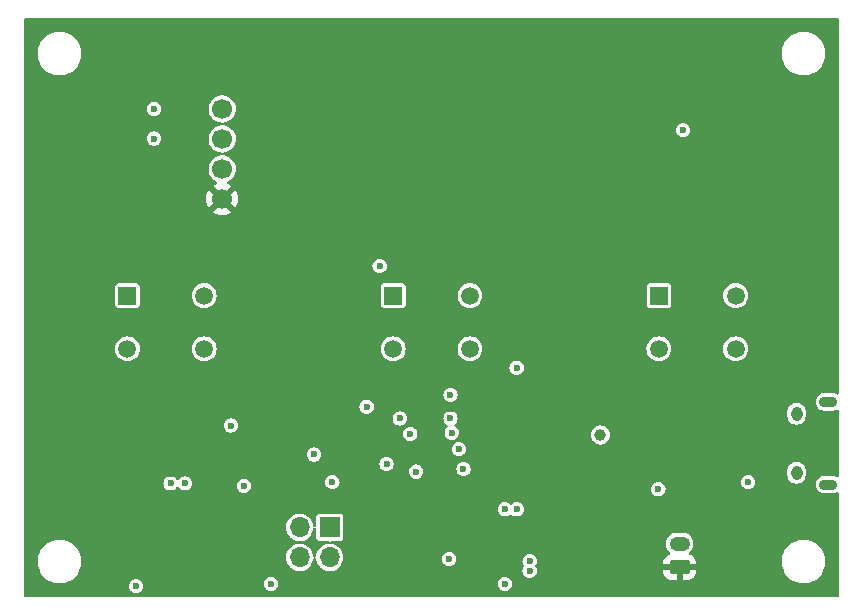
<source format=gbr>
%TF.GenerationSoftware,KiCad,Pcbnew,8.0.5*%
%TF.CreationDate,2024-11-06T09:26:01-07:00*%
%TF.ProjectId,STM32G041F8P6_dev,53544d33-3247-4303-9431-463850365f64,rev?*%
%TF.SameCoordinates,Original*%
%TF.FileFunction,Copper,L2,Inr*%
%TF.FilePolarity,Positive*%
%FSLAX46Y46*%
G04 Gerber Fmt 4.6, Leading zero omitted, Abs format (unit mm)*
G04 Created by KiCad (PCBNEW 8.0.5) date 2024-11-06 09:26:01*
%MOMM*%
%LPD*%
G01*
G04 APERTURE LIST*
G04 Aperture macros list*
%AMRoundRect*
0 Rectangle with rounded corners*
0 $1 Rounding radius*
0 $2 $3 $4 $5 $6 $7 $8 $9 X,Y pos of 4 corners*
0 Add a 4 corners polygon primitive as box body*
4,1,4,$2,$3,$4,$5,$6,$7,$8,$9,$2,$3,0*
0 Add four circle primitives for the rounded corners*
1,1,$1+$1,$2,$3*
1,1,$1+$1,$4,$5*
1,1,$1+$1,$6,$7*
1,1,$1+$1,$8,$9*
0 Add four rect primitives between the rounded corners*
20,1,$1+$1,$2,$3,$4,$5,0*
20,1,$1+$1,$4,$5,$6,$7,0*
20,1,$1+$1,$6,$7,$8,$9,0*
20,1,$1+$1,$8,$9,$2,$3,0*%
G04 Aperture macros list end*
%TA.AperFunction,ComponentPad*%
%ADD10C,1.700000*%
%TD*%
%TA.AperFunction,ComponentPad*%
%ADD11O,1.550000X0.890000*%
%TD*%
%TA.AperFunction,ComponentPad*%
%ADD12O,0.950000X1.250000*%
%TD*%
%TA.AperFunction,ComponentPad*%
%ADD13R,1.498600X1.498600*%
%TD*%
%TA.AperFunction,ComponentPad*%
%ADD14C,1.498600*%
%TD*%
%TA.AperFunction,ComponentPad*%
%ADD15RoundRect,0.250000X0.625000X-0.350000X0.625000X0.350000X-0.625000X0.350000X-0.625000X-0.350000X0*%
%TD*%
%TA.AperFunction,ComponentPad*%
%ADD16O,1.750000X1.200000*%
%TD*%
%TA.AperFunction,ComponentPad*%
%ADD17R,1.700000X1.700000*%
%TD*%
%TA.AperFunction,ComponentPad*%
%ADD18O,1.700000X1.700000*%
%TD*%
%TA.AperFunction,ViaPad*%
%ADD19C,0.600000*%
%TD*%
%TA.AperFunction,ViaPad*%
%ADD20C,1.000000*%
%TD*%
G04 APERTURE END LIST*
D10*
%TO.N,SDA*%
%TO.C,D4*%
X173270000Y-54190000D03*
%TO.N,SCL*%
X173270000Y-56730000D03*
%TO.N,+3.3V*%
X173270000Y-59270000D03*
%TO.N,GND*%
X173270000Y-61810000D03*
%TD*%
D11*
%TO.N,Net-(J1-Shield)*%
%TO.C,J1*%
X224600000Y-86000000D03*
D12*
X221900000Y-85000000D03*
X221900000Y-80000000D03*
D11*
X224600000Y-79000000D03*
%TD*%
D13*
%TO.N,/PA6*%
%TO.C,SW2*%
X165249999Y-70000000D03*
D14*
X171750000Y-70000000D03*
%TO.N,+3.3V*%
X165249999Y-74500001D03*
X171750000Y-74500001D03*
%TD*%
D13*
%TO.N,/PA4*%
%TO.C,SW4*%
X210250001Y-70000000D03*
D14*
X216750002Y-70000000D03*
%TO.N,+3.3V*%
X210250001Y-74500001D03*
X216750002Y-74500001D03*
%TD*%
D13*
%TO.N,/PA5*%
%TO.C,SW3*%
X187750000Y-70000000D03*
D14*
X194250001Y-70000000D03*
%TO.N,+3.3V*%
X187750000Y-74500001D03*
X194250001Y-74500001D03*
%TD*%
D15*
%TO.N,GND*%
%TO.C,J2*%
X212000000Y-93000000D03*
D16*
%TO.N,+BATT*%
X212000000Y-91000000D03*
%TD*%
D17*
%TO.N,/USART2_TX*%
%TO.C,J3*%
X182375000Y-89625000D03*
D18*
%TO.N,/VCP_TX*%
X179835000Y-89625000D03*
%TO.N,/USART2_RX*%
X182375000Y-92165000D03*
%TO.N,/VCP_RX*%
X179835000Y-92165000D03*
%TD*%
D19*
%TO.N,GND*%
X195400000Y-82000000D03*
X221600000Y-76800000D03*
X222700000Y-73400000D03*
X223100000Y-56000000D03*
X199300000Y-90100000D03*
X191000000Y-88700000D03*
X175300000Y-57950000D03*
X215600000Y-77500000D03*
X219750000Y-72975000D03*
X184350000Y-87650000D03*
X223100000Y-60000000D03*
X194750000Y-92250000D03*
X178400000Y-79600000D03*
X183350000Y-84500000D03*
X210500000Y-88000000D03*
D20*
X208200000Y-81800000D03*
D19*
X190987500Y-91400000D03*
D20*
X201150000Y-91150000D03*
D19*
X194500000Y-85900000D03*
X197250000Y-73000000D03*
X174750000Y-73000000D03*
X170100000Y-94800000D03*
X171400000Y-94800000D03*
X216100000Y-86500000D03*
X158925000Y-73525000D03*
X173900000Y-94800000D03*
%TO.N,+3.3V*%
X167500000Y-56700000D03*
X181050000Y-83450000D03*
X167500000Y-54200000D03*
X166000000Y-94600000D03*
X192500000Y-92300000D03*
D20*
X205300000Y-81800000D03*
D19*
X197200000Y-94400000D03*
%TO.N,Net-(J4-~{RST})*%
X175100000Y-86100000D03*
X177400000Y-94400000D03*
%TO.N,Net-(D1-K)*%
X217800000Y-85800000D03*
X210200000Y-86400000D03*
%TO.N,/PA1*%
X174000000Y-81000000D03*
X186600000Y-67500000D03*
%TO.N,/PA6*%
X189700000Y-84900000D03*
X182600000Y-85800000D03*
%TO.N,/PA0*%
X198200000Y-76100000D03*
X192700000Y-81600000D03*
X187187500Y-84275000D03*
X212300000Y-56000000D03*
%TO.N,SCL*%
X192600000Y-78400000D03*
X192600000Y-80400000D03*
X197200000Y-88100000D03*
%TO.N,/SWDIO*%
X189200000Y-81700000D03*
X168900000Y-85900000D03*
%TO.N,/SWCLK*%
X188300000Y-80400000D03*
X170100000Y-85900000D03*
%TO.N,SDA*%
X198200000Y-88100000D03*
X185500000Y-79400000D03*
%TO.N,AI1*%
X199300000Y-93300000D03*
X193700000Y-84700000D03*
%TO.N,AI2*%
X199300000Y-92500000D03*
X193300000Y-83000000D03*
%TD*%
%TA.AperFunction,Conductor*%
%TO.N,GND*%
G36*
X225442539Y-46520185D02*
G01*
X225488294Y-46572989D01*
X225499500Y-46624500D01*
X225499500Y-78251934D01*
X225479815Y-78318973D01*
X225427011Y-78364728D01*
X225357853Y-78374672D01*
X225306611Y-78355037D01*
X225283136Y-78339352D01*
X225283124Y-78339345D01*
X225147454Y-78283149D01*
X225147446Y-78283147D01*
X225003429Y-78254500D01*
X225003425Y-78254500D01*
X224196575Y-78254500D01*
X224196570Y-78254500D01*
X224052553Y-78283147D01*
X224052545Y-78283149D01*
X223916875Y-78339345D01*
X223916866Y-78339350D01*
X223794772Y-78420931D01*
X223794768Y-78420934D01*
X223690934Y-78524768D01*
X223690931Y-78524772D01*
X223609350Y-78646866D01*
X223609345Y-78646875D01*
X223553149Y-78782545D01*
X223553147Y-78782553D01*
X223524500Y-78926570D01*
X223524500Y-79073429D01*
X223553147Y-79217446D01*
X223553149Y-79217454D01*
X223609345Y-79353124D01*
X223609350Y-79353133D01*
X223690931Y-79475227D01*
X223690934Y-79475231D01*
X223794768Y-79579065D01*
X223794772Y-79579068D01*
X223916866Y-79660649D01*
X223916872Y-79660652D01*
X223916873Y-79660653D01*
X224052546Y-79716851D01*
X224196570Y-79745499D01*
X224196574Y-79745500D01*
X224196575Y-79745500D01*
X225003426Y-79745500D01*
X225003427Y-79745499D01*
X225147454Y-79716851D01*
X225283127Y-79660653D01*
X225283132Y-79660649D01*
X225283135Y-79660648D01*
X225306608Y-79644964D01*
X225373285Y-79624085D01*
X225440666Y-79642569D01*
X225487356Y-79694547D01*
X225499500Y-79748065D01*
X225499500Y-85251934D01*
X225479815Y-85318973D01*
X225427011Y-85364728D01*
X225357853Y-85374672D01*
X225306611Y-85355037D01*
X225283136Y-85339352D01*
X225283124Y-85339345D01*
X225147454Y-85283149D01*
X225147446Y-85283147D01*
X225003429Y-85254500D01*
X225003425Y-85254500D01*
X224196575Y-85254500D01*
X224196570Y-85254500D01*
X224052553Y-85283147D01*
X224052545Y-85283149D01*
X223916875Y-85339345D01*
X223916866Y-85339350D01*
X223794772Y-85420931D01*
X223794768Y-85420934D01*
X223690934Y-85524768D01*
X223690931Y-85524772D01*
X223609350Y-85646866D01*
X223609345Y-85646875D01*
X223553149Y-85782545D01*
X223553147Y-85782553D01*
X223524500Y-85926570D01*
X223524500Y-86073429D01*
X223553147Y-86217446D01*
X223553149Y-86217454D01*
X223609345Y-86353124D01*
X223609350Y-86353133D01*
X223690931Y-86475227D01*
X223690934Y-86475231D01*
X223794768Y-86579065D01*
X223794772Y-86579068D01*
X223916866Y-86660649D01*
X223916872Y-86660652D01*
X223916873Y-86660653D01*
X224052546Y-86716851D01*
X224196570Y-86745499D01*
X224196574Y-86745500D01*
X224196575Y-86745500D01*
X225003426Y-86745500D01*
X225003427Y-86745499D01*
X225147454Y-86716851D01*
X225283127Y-86660653D01*
X225283132Y-86660649D01*
X225283135Y-86660648D01*
X225306608Y-86644964D01*
X225373285Y-86624085D01*
X225440666Y-86642569D01*
X225487356Y-86694547D01*
X225499500Y-86748065D01*
X225499500Y-95375500D01*
X225479815Y-95442539D01*
X225427011Y-95488294D01*
X225375500Y-95499500D01*
X156624500Y-95499500D01*
X156557461Y-95479815D01*
X156511706Y-95427011D01*
X156500500Y-95375500D01*
X156500500Y-94599998D01*
X165394318Y-94599998D01*
X165394318Y-94600001D01*
X165414955Y-94756760D01*
X165414956Y-94756762D01*
X165475464Y-94902841D01*
X165571718Y-95028282D01*
X165697159Y-95124536D01*
X165843238Y-95185044D01*
X165921619Y-95195363D01*
X165999999Y-95205682D01*
X166000000Y-95205682D01*
X166000001Y-95205682D01*
X166052254Y-95198802D01*
X166156762Y-95185044D01*
X166302841Y-95124536D01*
X166428282Y-95028282D01*
X166524536Y-94902841D01*
X166585044Y-94756762D01*
X166605682Y-94600000D01*
X166599989Y-94556760D01*
X166585044Y-94443239D01*
X166585044Y-94443238D01*
X166567133Y-94399998D01*
X176794318Y-94399998D01*
X176794318Y-94400001D01*
X176814955Y-94556760D01*
X176814956Y-94556762D01*
X176875464Y-94702841D01*
X176971718Y-94828282D01*
X177097159Y-94924536D01*
X177243238Y-94985044D01*
X177321619Y-94995363D01*
X177399999Y-95005682D01*
X177400000Y-95005682D01*
X177400001Y-95005682D01*
X177452254Y-94998802D01*
X177556762Y-94985044D01*
X177702841Y-94924536D01*
X177828282Y-94828282D01*
X177924536Y-94702841D01*
X177985044Y-94556762D01*
X178005682Y-94400000D01*
X178005682Y-94399998D01*
X196594318Y-94399998D01*
X196594318Y-94400001D01*
X196614955Y-94556760D01*
X196614956Y-94556762D01*
X196675464Y-94702841D01*
X196771718Y-94828282D01*
X196897159Y-94924536D01*
X197043238Y-94985044D01*
X197121619Y-94995363D01*
X197199999Y-95005682D01*
X197200000Y-95005682D01*
X197200001Y-95005682D01*
X197252254Y-94998802D01*
X197356762Y-94985044D01*
X197502841Y-94924536D01*
X197628282Y-94828282D01*
X197724536Y-94702841D01*
X197785044Y-94556762D01*
X197805682Y-94400000D01*
X197785044Y-94243238D01*
X197724536Y-94097159D01*
X197628282Y-93971718D01*
X197502841Y-93875464D01*
X197356762Y-93814956D01*
X197356760Y-93814955D01*
X197200001Y-93794318D01*
X197199999Y-93794318D01*
X197043239Y-93814955D01*
X197043237Y-93814956D01*
X196897160Y-93875463D01*
X196771718Y-93971718D01*
X196675463Y-94097160D01*
X196614956Y-94243237D01*
X196614955Y-94243239D01*
X196594318Y-94399998D01*
X178005682Y-94399998D01*
X177985044Y-94243238D01*
X177924536Y-94097159D01*
X177828282Y-93971718D01*
X177702841Y-93875464D01*
X177556762Y-93814956D01*
X177556760Y-93814955D01*
X177400001Y-93794318D01*
X177399999Y-93794318D01*
X177243239Y-93814955D01*
X177243237Y-93814956D01*
X177097160Y-93875463D01*
X176971718Y-93971718D01*
X176875463Y-94097160D01*
X176814956Y-94243237D01*
X176814955Y-94243239D01*
X176794318Y-94399998D01*
X166567133Y-94399998D01*
X166524536Y-94297159D01*
X166428282Y-94171718D01*
X166302841Y-94075464D01*
X166221897Y-94041936D01*
X166156762Y-94014956D01*
X166156760Y-94014955D01*
X166000001Y-93994318D01*
X165999999Y-93994318D01*
X165843239Y-94014955D01*
X165843237Y-94014956D01*
X165697160Y-94075463D01*
X165571718Y-94171718D01*
X165475463Y-94297160D01*
X165414956Y-94443237D01*
X165414955Y-94443239D01*
X165394318Y-94599998D01*
X156500500Y-94599998D01*
X156500500Y-92378711D01*
X157649500Y-92378711D01*
X157649500Y-92621288D01*
X157681161Y-92861785D01*
X157743947Y-93096104D01*
X157807693Y-93250000D01*
X157836776Y-93320212D01*
X157958064Y-93530289D01*
X157958066Y-93530292D01*
X157958067Y-93530293D01*
X158105733Y-93722736D01*
X158105739Y-93722743D01*
X158277256Y-93894260D01*
X158277262Y-93894265D01*
X158469711Y-94041936D01*
X158679788Y-94163224D01*
X158903900Y-94256054D01*
X159138211Y-94318838D01*
X159318586Y-94342584D01*
X159378711Y-94350500D01*
X159378712Y-94350500D01*
X159621289Y-94350500D01*
X159669388Y-94344167D01*
X159861789Y-94318838D01*
X160096100Y-94256054D01*
X160320212Y-94163224D01*
X160530289Y-94041936D01*
X160722738Y-93894265D01*
X160894265Y-93722738D01*
X161041936Y-93530289D01*
X161163224Y-93320212D01*
X161256054Y-93096100D01*
X161318838Y-92861789D01*
X161350500Y-92621288D01*
X161350500Y-92378712D01*
X161350315Y-92377310D01*
X161340137Y-92299998D01*
X161318838Y-92138211D01*
X161256054Y-91903900D01*
X161163224Y-91679788D01*
X161041936Y-91469711D01*
X160894265Y-91277262D01*
X160894260Y-91277256D01*
X160722743Y-91105739D01*
X160722736Y-91105733D01*
X160530293Y-90958067D01*
X160530292Y-90958066D01*
X160530289Y-90958064D01*
X160320212Y-90836776D01*
X160320205Y-90836773D01*
X160096104Y-90743947D01*
X159861785Y-90681161D01*
X159621289Y-90649500D01*
X159621288Y-90649500D01*
X159378712Y-90649500D01*
X159378711Y-90649500D01*
X159138214Y-90681161D01*
X158903895Y-90743947D01*
X158679794Y-90836773D01*
X158679785Y-90836777D01*
X158469706Y-90958067D01*
X158277263Y-91105733D01*
X158277256Y-91105739D01*
X158105739Y-91277256D01*
X158105733Y-91277263D01*
X157958067Y-91469706D01*
X157836777Y-91679785D01*
X157836773Y-91679794D01*
X157743947Y-91903895D01*
X157681161Y-92138214D01*
X157649500Y-92378711D01*
X156500500Y-92378711D01*
X156500500Y-89624999D01*
X178679571Y-89624999D01*
X178679571Y-89625000D01*
X178699244Y-89837310D01*
X178757596Y-90042392D01*
X178757596Y-90042394D01*
X178852632Y-90233253D01*
X178903444Y-90300538D01*
X178981128Y-90403407D01*
X179138698Y-90547052D01*
X179319981Y-90659298D01*
X179518802Y-90736321D01*
X179715613Y-90773111D01*
X179777893Y-90804779D01*
X179813166Y-90865092D01*
X179810232Y-90934900D01*
X179770023Y-90992040D01*
X179715613Y-91016888D01*
X179518802Y-91053679D01*
X179518799Y-91053679D01*
X179518799Y-91053680D01*
X179319982Y-91130701D01*
X179319980Y-91130702D01*
X179138699Y-91242947D01*
X178981127Y-91386593D01*
X178852632Y-91556746D01*
X178757596Y-91747605D01*
X178757596Y-91747607D01*
X178699244Y-91952689D01*
X178679571Y-92164999D01*
X178679571Y-92165000D01*
X178699244Y-92377310D01*
X178757596Y-92582392D01*
X178757596Y-92582394D01*
X178852632Y-92773253D01*
X178891360Y-92824536D01*
X178981128Y-92943407D01*
X179138698Y-93087052D01*
X179319981Y-93199298D01*
X179518802Y-93276321D01*
X179728390Y-93315500D01*
X179728392Y-93315500D01*
X179941608Y-93315500D01*
X179941610Y-93315500D01*
X180151198Y-93276321D01*
X180350019Y-93199298D01*
X180531302Y-93087052D01*
X180688872Y-92943407D01*
X180817366Y-92773255D01*
X180819114Y-92769745D01*
X180912403Y-92582394D01*
X180912403Y-92582393D01*
X180912405Y-92582389D01*
X180970756Y-92377310D01*
X180981529Y-92261047D01*
X181007315Y-92196111D01*
X181051869Y-92164194D01*
X181015497Y-92143331D01*
X180983307Y-92081318D01*
X180981529Y-92068951D01*
X180980485Y-92057684D01*
X180970756Y-91952690D01*
X180912405Y-91747611D01*
X180912403Y-91747606D01*
X180912403Y-91747605D01*
X180817367Y-91556746D01*
X180688872Y-91386593D01*
X180531302Y-91242948D01*
X180350019Y-91130702D01*
X180350017Y-91130701D01*
X180241575Y-91088691D01*
X180151198Y-91053679D01*
X179954385Y-91016888D01*
X179892106Y-90985221D01*
X179856833Y-90924908D01*
X179859767Y-90855100D01*
X179899976Y-90797960D01*
X179954384Y-90773111D01*
X180151198Y-90736321D01*
X180350019Y-90659298D01*
X180531302Y-90547052D01*
X180688872Y-90403407D01*
X180817366Y-90233255D01*
X180832934Y-90201990D01*
X180912403Y-90042394D01*
X180912403Y-90042393D01*
X180912405Y-90042389D01*
X180970756Y-89837310D01*
X180977029Y-89769605D01*
X181002814Y-89704669D01*
X181059614Y-89663981D01*
X181129395Y-89660461D01*
X181190002Y-89695225D01*
X181222193Y-89757238D01*
X181224500Y-89781047D01*
X181224500Y-90519856D01*
X181224502Y-90519882D01*
X181227413Y-90544987D01*
X181227415Y-90544991D01*
X181272793Y-90647764D01*
X181272794Y-90647765D01*
X181352235Y-90727206D01*
X181455009Y-90772585D01*
X181480135Y-90775500D01*
X182208758Y-90775499D01*
X182275795Y-90795183D01*
X182321550Y-90847987D01*
X182331494Y-90917146D01*
X182302469Y-90980702D01*
X182243691Y-91018476D01*
X182231542Y-91021388D01*
X182175116Y-91031935D01*
X182058802Y-91053679D01*
X182058800Y-91053679D01*
X182058798Y-91053680D01*
X181859982Y-91130701D01*
X181859980Y-91130702D01*
X181678699Y-91242947D01*
X181521127Y-91386593D01*
X181392632Y-91556746D01*
X181297596Y-91747605D01*
X181297596Y-91747607D01*
X181239244Y-91952689D01*
X181228471Y-92068951D01*
X181202685Y-92133888D01*
X181158130Y-92165804D01*
X181194503Y-92186668D01*
X181226693Y-92248681D01*
X181228471Y-92261048D01*
X181239244Y-92377310D01*
X181297596Y-92582392D01*
X181297596Y-92582394D01*
X181392632Y-92773253D01*
X181431360Y-92824536D01*
X181521128Y-92943407D01*
X181678698Y-93087052D01*
X181859981Y-93199298D01*
X182058802Y-93276321D01*
X182268390Y-93315500D01*
X182268392Y-93315500D01*
X182481608Y-93315500D01*
X182481610Y-93315500D01*
X182691198Y-93276321D01*
X182890019Y-93199298D01*
X183071302Y-93087052D01*
X183228872Y-92943407D01*
X183357366Y-92773255D01*
X183359114Y-92769745D01*
X183452403Y-92582394D01*
X183452403Y-92582393D01*
X183452405Y-92582389D01*
X183510756Y-92377310D01*
X183517920Y-92299998D01*
X191894318Y-92299998D01*
X191894318Y-92300001D01*
X191914955Y-92456760D01*
X191914956Y-92456762D01*
X191974292Y-92600013D01*
X191975464Y-92602841D01*
X192071718Y-92728282D01*
X192197159Y-92824536D01*
X192343238Y-92885044D01*
X192378498Y-92889686D01*
X192499999Y-92905682D01*
X192500000Y-92905682D01*
X192500001Y-92905682D01*
X192552254Y-92898802D01*
X192656762Y-92885044D01*
X192802841Y-92824536D01*
X192928282Y-92728282D01*
X193024536Y-92602841D01*
X193067135Y-92499998D01*
X198694318Y-92499998D01*
X198694318Y-92500001D01*
X198714955Y-92656760D01*
X198714956Y-92656762D01*
X198775464Y-92802841D01*
X198792095Y-92824516D01*
X198817287Y-92889686D01*
X198803247Y-92958130D01*
X198792095Y-92975484D01*
X198775464Y-92997158D01*
X198714956Y-93143237D01*
X198714955Y-93143239D01*
X198694318Y-93299998D01*
X198694318Y-93300001D01*
X198714955Y-93456760D01*
X198714956Y-93456762D01*
X198745413Y-93530293D01*
X198775464Y-93602841D01*
X198871718Y-93728282D01*
X198997159Y-93824536D01*
X199143238Y-93885044D01*
X199221619Y-93895363D01*
X199299999Y-93905682D01*
X199300000Y-93905682D01*
X199300001Y-93905682D01*
X199352254Y-93898802D01*
X199456762Y-93885044D01*
X199602841Y-93824536D01*
X199728282Y-93728282D01*
X199824536Y-93602841D01*
X199885044Y-93456762D01*
X199905682Y-93300000D01*
X199902564Y-93276319D01*
X199885044Y-93143239D01*
X199885043Y-93143237D01*
X199824536Y-92997159D01*
X199807904Y-92975484D01*
X199782711Y-92910319D01*
X199796748Y-92841874D01*
X199807899Y-92824521D01*
X199824536Y-92802841D01*
X199885044Y-92656762D01*
X199892515Y-92600013D01*
X210625000Y-92600013D01*
X210625000Y-92750000D01*
X211719670Y-92750000D01*
X211699925Y-92769745D01*
X211650556Y-92855255D01*
X211625000Y-92950630D01*
X211625000Y-93049370D01*
X211650556Y-93144745D01*
X211699925Y-93230255D01*
X211719670Y-93250000D01*
X210625001Y-93250000D01*
X210625001Y-93399986D01*
X210635494Y-93502697D01*
X210690641Y-93669119D01*
X210690643Y-93669124D01*
X210782684Y-93818345D01*
X210906654Y-93942315D01*
X211055875Y-94034356D01*
X211055880Y-94034358D01*
X211222302Y-94089505D01*
X211222309Y-94089506D01*
X211325019Y-94099999D01*
X211749999Y-94099999D01*
X211750000Y-94099998D01*
X211750000Y-93280330D01*
X211769745Y-93300075D01*
X211855255Y-93349444D01*
X211950630Y-93375000D01*
X212049370Y-93375000D01*
X212144745Y-93349444D01*
X212230255Y-93300075D01*
X212250000Y-93280330D01*
X212250000Y-94099999D01*
X212674972Y-94099999D01*
X212674986Y-94099998D01*
X212777697Y-94089505D01*
X212944119Y-94034358D01*
X212944124Y-94034356D01*
X213093345Y-93942315D01*
X213217315Y-93818345D01*
X213309356Y-93669124D01*
X213309358Y-93669119D01*
X213364505Y-93502697D01*
X213364506Y-93502690D01*
X213374999Y-93399986D01*
X213375000Y-93399973D01*
X213375000Y-93250000D01*
X212280330Y-93250000D01*
X212300075Y-93230255D01*
X212349444Y-93144745D01*
X212375000Y-93049370D01*
X212375000Y-92950630D01*
X212349444Y-92855255D01*
X212300075Y-92769745D01*
X212280330Y-92750000D01*
X213374999Y-92750000D01*
X213374999Y-92600028D01*
X213374998Y-92600013D01*
X213364505Y-92497302D01*
X213325208Y-92378711D01*
X220649500Y-92378711D01*
X220649500Y-92621288D01*
X220681161Y-92861785D01*
X220743947Y-93096104D01*
X220807693Y-93250000D01*
X220836776Y-93320212D01*
X220958064Y-93530289D01*
X220958066Y-93530292D01*
X220958067Y-93530293D01*
X221105733Y-93722736D01*
X221105739Y-93722743D01*
X221277256Y-93894260D01*
X221277262Y-93894265D01*
X221469711Y-94041936D01*
X221679788Y-94163224D01*
X221903900Y-94256054D01*
X222138211Y-94318838D01*
X222318586Y-94342584D01*
X222378711Y-94350500D01*
X222378712Y-94350500D01*
X222621289Y-94350500D01*
X222669388Y-94344167D01*
X222861789Y-94318838D01*
X223096100Y-94256054D01*
X223320212Y-94163224D01*
X223530289Y-94041936D01*
X223722738Y-93894265D01*
X223894265Y-93722738D01*
X224041936Y-93530289D01*
X224163224Y-93320212D01*
X224256054Y-93096100D01*
X224318838Y-92861789D01*
X224350500Y-92621288D01*
X224350500Y-92378712D01*
X224350315Y-92377310D01*
X224340137Y-92299998D01*
X224318838Y-92138211D01*
X224256054Y-91903900D01*
X224163224Y-91679788D01*
X224041936Y-91469711D01*
X223894265Y-91277262D01*
X223894260Y-91277256D01*
X223722743Y-91105739D01*
X223722736Y-91105733D01*
X223530293Y-90958067D01*
X223530292Y-90958066D01*
X223530289Y-90958064D01*
X223320212Y-90836776D01*
X223320205Y-90836773D01*
X223096104Y-90743947D01*
X222861785Y-90681161D01*
X222621289Y-90649500D01*
X222621288Y-90649500D01*
X222378712Y-90649500D01*
X222378711Y-90649500D01*
X222138214Y-90681161D01*
X221903895Y-90743947D01*
X221679794Y-90836773D01*
X221679785Y-90836777D01*
X221469706Y-90958067D01*
X221277263Y-91105733D01*
X221277256Y-91105739D01*
X221105739Y-91277256D01*
X221105733Y-91277263D01*
X220958067Y-91469706D01*
X220836777Y-91679785D01*
X220836773Y-91679794D01*
X220743947Y-91903895D01*
X220681161Y-92138214D01*
X220649500Y-92378711D01*
X213325208Y-92378711D01*
X213309358Y-92330880D01*
X213309356Y-92330875D01*
X213217315Y-92181654D01*
X213093345Y-92057684D01*
X212944124Y-91965643D01*
X212944121Y-91965642D01*
X212855145Y-91936158D01*
X212797701Y-91896385D01*
X212770878Y-91831869D01*
X212783193Y-91763093D01*
X212825260Y-91715349D01*
X212849035Y-91699464D01*
X212974464Y-91574035D01*
X213073013Y-91426547D01*
X213140894Y-91262666D01*
X213144817Y-91242948D01*
X213175499Y-91088695D01*
X213175500Y-91088693D01*
X213175500Y-90911306D01*
X213175499Y-90911304D01*
X213140896Y-90737341D01*
X213140893Y-90737332D01*
X213140473Y-90736319D01*
X213108571Y-90659298D01*
X213073016Y-90573459D01*
X213073009Y-90573446D01*
X212974464Y-90425965D01*
X212974461Y-90425961D01*
X212849038Y-90300538D01*
X212849034Y-90300535D01*
X212701553Y-90201990D01*
X212701540Y-90201983D01*
X212537667Y-90134106D01*
X212537658Y-90134103D01*
X212363694Y-90099500D01*
X212363691Y-90099500D01*
X211636309Y-90099500D01*
X211636306Y-90099500D01*
X211462341Y-90134103D01*
X211462332Y-90134106D01*
X211298459Y-90201983D01*
X211298446Y-90201990D01*
X211150965Y-90300535D01*
X211150961Y-90300538D01*
X211025538Y-90425961D01*
X211025535Y-90425965D01*
X210926990Y-90573446D01*
X210926983Y-90573459D01*
X210859106Y-90737332D01*
X210859103Y-90737341D01*
X210824500Y-90911304D01*
X210824500Y-91088695D01*
X210859103Y-91262658D01*
X210859106Y-91262667D01*
X210926983Y-91426540D01*
X210926990Y-91426553D01*
X211025535Y-91574034D01*
X211025538Y-91574038D01*
X211150962Y-91699462D01*
X211150965Y-91699464D01*
X211174739Y-91715349D01*
X211219545Y-91768961D01*
X211228252Y-91838286D01*
X211198098Y-91901314D01*
X211144854Y-91936158D01*
X211055878Y-91965642D01*
X211055875Y-91965643D01*
X210906654Y-92057684D01*
X210782684Y-92181654D01*
X210690643Y-92330875D01*
X210690641Y-92330880D01*
X210635494Y-92497302D01*
X210635493Y-92497309D01*
X210625000Y-92600013D01*
X199892515Y-92600013D01*
X199905682Y-92500000D01*
X199899989Y-92456760D01*
X199885044Y-92343239D01*
X199885044Y-92343238D01*
X199824536Y-92197159D01*
X199728282Y-92071718D01*
X199602841Y-91975464D01*
X199547857Y-91952689D01*
X199456762Y-91914956D01*
X199456760Y-91914955D01*
X199300001Y-91894318D01*
X199299999Y-91894318D01*
X199143239Y-91914955D01*
X199143237Y-91914956D01*
X198997160Y-91975463D01*
X198871718Y-92071718D01*
X198775463Y-92197160D01*
X198714956Y-92343237D01*
X198714955Y-92343239D01*
X198694318Y-92499998D01*
X193067135Y-92499998D01*
X193085044Y-92456762D01*
X193105682Y-92300000D01*
X193085044Y-92143238D01*
X193024536Y-91997159D01*
X192928282Y-91871718D01*
X192802841Y-91775464D01*
X192787141Y-91768961D01*
X192656762Y-91714956D01*
X192656760Y-91714955D01*
X192500001Y-91694318D01*
X192499999Y-91694318D01*
X192343239Y-91714955D01*
X192343237Y-91714956D01*
X192197160Y-91775463D01*
X192071718Y-91871718D01*
X191975463Y-91997160D01*
X191914956Y-92143237D01*
X191914955Y-92143239D01*
X191894318Y-92299998D01*
X183517920Y-92299998D01*
X183530429Y-92165000D01*
X183510756Y-91952690D01*
X183452405Y-91747611D01*
X183452403Y-91747606D01*
X183452403Y-91747605D01*
X183357367Y-91556746D01*
X183228872Y-91386593D01*
X183071302Y-91242948D01*
X182890019Y-91130702D01*
X182890017Y-91130701D01*
X182781575Y-91088691D01*
X182691198Y-91053679D01*
X182518456Y-91021387D01*
X182456176Y-90989719D01*
X182420903Y-90929407D01*
X182423837Y-90859599D01*
X182464046Y-90802459D01*
X182528764Y-90776128D01*
X182541233Y-90775499D01*
X183269864Y-90775499D01*
X183269879Y-90775497D01*
X183269882Y-90775497D01*
X183294987Y-90772586D01*
X183294988Y-90772585D01*
X183294991Y-90772585D01*
X183397765Y-90727206D01*
X183477206Y-90647765D01*
X183522585Y-90544991D01*
X183525500Y-90519865D01*
X183525499Y-88730136D01*
X183525497Y-88730117D01*
X183522586Y-88705012D01*
X183522585Y-88705010D01*
X183522585Y-88705009D01*
X183477206Y-88602235D01*
X183397765Y-88522794D01*
X183377124Y-88513680D01*
X183294992Y-88477415D01*
X183269865Y-88474500D01*
X181480143Y-88474500D01*
X181480117Y-88474502D01*
X181455012Y-88477413D01*
X181455008Y-88477415D01*
X181352235Y-88522793D01*
X181272794Y-88602234D01*
X181227415Y-88705006D01*
X181227415Y-88705008D01*
X181224500Y-88730131D01*
X181224500Y-89468951D01*
X181204815Y-89535990D01*
X181152011Y-89581745D01*
X181082853Y-89591689D01*
X181019297Y-89562664D01*
X180981523Y-89503886D01*
X180977029Y-89480391D01*
X180970756Y-89412689D01*
X180956273Y-89361789D01*
X180912405Y-89207611D01*
X180912403Y-89207606D01*
X180912403Y-89207605D01*
X180817367Y-89016746D01*
X180688872Y-88846593D01*
X180561133Y-88730143D01*
X180531302Y-88702948D01*
X180350019Y-88590702D01*
X180350017Y-88590701D01*
X180250608Y-88552190D01*
X180151198Y-88513679D01*
X179941610Y-88474500D01*
X179728390Y-88474500D01*
X179518802Y-88513679D01*
X179518799Y-88513679D01*
X179518799Y-88513680D01*
X179319982Y-88590701D01*
X179319980Y-88590702D01*
X179138699Y-88702947D01*
X178981127Y-88846593D01*
X178852632Y-89016746D01*
X178757596Y-89207605D01*
X178757596Y-89207607D01*
X178699244Y-89412689D01*
X178679571Y-89624999D01*
X156500500Y-89624999D01*
X156500500Y-88099998D01*
X196594318Y-88099998D01*
X196594318Y-88100001D01*
X196614955Y-88256760D01*
X196614956Y-88256762D01*
X196675464Y-88402841D01*
X196771718Y-88528282D01*
X196897159Y-88624536D01*
X197043238Y-88685044D01*
X197121619Y-88695363D01*
X197199999Y-88705682D01*
X197200000Y-88705682D01*
X197200001Y-88705682D01*
X197252254Y-88698802D01*
X197356762Y-88685044D01*
X197502841Y-88624536D01*
X197624515Y-88531171D01*
X197689683Y-88505979D01*
X197758127Y-88520017D01*
X197775478Y-88531167D01*
X197897159Y-88624536D01*
X198043238Y-88685044D01*
X198121619Y-88695363D01*
X198199999Y-88705682D01*
X198200000Y-88705682D01*
X198200001Y-88705682D01*
X198252254Y-88698802D01*
X198356762Y-88685044D01*
X198502841Y-88624536D01*
X198628282Y-88528282D01*
X198724536Y-88402841D01*
X198785044Y-88256762D01*
X198805682Y-88100000D01*
X198785044Y-87943238D01*
X198724536Y-87797159D01*
X198628282Y-87671718D01*
X198502841Y-87575464D01*
X198356762Y-87514956D01*
X198356760Y-87514955D01*
X198200001Y-87494318D01*
X198199999Y-87494318D01*
X198043239Y-87514955D01*
X198043237Y-87514956D01*
X197897157Y-87575464D01*
X197775486Y-87668826D01*
X197710317Y-87694020D01*
X197641872Y-87679981D01*
X197624514Y-87668826D01*
X197502842Y-87575464D01*
X197356762Y-87514956D01*
X197356760Y-87514955D01*
X197200001Y-87494318D01*
X197199999Y-87494318D01*
X197043239Y-87514955D01*
X197043237Y-87514956D01*
X196897160Y-87575463D01*
X196771718Y-87671718D01*
X196675463Y-87797160D01*
X196614956Y-87943237D01*
X196614955Y-87943239D01*
X196594318Y-88099998D01*
X156500500Y-88099998D01*
X156500500Y-85899998D01*
X168294318Y-85899998D01*
X168294318Y-85900001D01*
X168314955Y-86056760D01*
X168314956Y-86056762D01*
X168375464Y-86202841D01*
X168471718Y-86328282D01*
X168597159Y-86424536D01*
X168743238Y-86485044D01*
X168821619Y-86495363D01*
X168899999Y-86505682D01*
X168900000Y-86505682D01*
X168900001Y-86505682D01*
X168952254Y-86498802D01*
X169056762Y-86485044D01*
X169202841Y-86424536D01*
X169328282Y-86328282D01*
X169401625Y-86232699D01*
X169458052Y-86191497D01*
X169527798Y-86187342D01*
X169588718Y-86221554D01*
X169598372Y-86232695D01*
X169616839Y-86256762D01*
X169668843Y-86324536D01*
X169671718Y-86328282D01*
X169797159Y-86424536D01*
X169943238Y-86485044D01*
X170021619Y-86495363D01*
X170099999Y-86505682D01*
X170100000Y-86505682D01*
X170100001Y-86505682D01*
X170152254Y-86498802D01*
X170256762Y-86485044D01*
X170402841Y-86424536D01*
X170528282Y-86328282D01*
X170624536Y-86202841D01*
X170667135Y-86099998D01*
X174494318Y-86099998D01*
X174494318Y-86100001D01*
X174514955Y-86256760D01*
X174514956Y-86256762D01*
X174574287Y-86400001D01*
X174575464Y-86402841D01*
X174671718Y-86528282D01*
X174797159Y-86624536D01*
X174943238Y-86685044D01*
X175015421Y-86694547D01*
X175099999Y-86705682D01*
X175100000Y-86705682D01*
X175100001Y-86705682D01*
X175184579Y-86694547D01*
X175256762Y-86685044D01*
X175402841Y-86624536D01*
X175528282Y-86528282D01*
X175624536Y-86402841D01*
X175685044Y-86256762D01*
X175705682Y-86100000D01*
X175702183Y-86073425D01*
X175685044Y-85943239D01*
X175685044Y-85943238D01*
X175625712Y-85799998D01*
X181994318Y-85799998D01*
X181994318Y-85800001D01*
X182014955Y-85956760D01*
X182014956Y-85956762D01*
X182074287Y-86100001D01*
X182075464Y-86102841D01*
X182171718Y-86228282D01*
X182297159Y-86324536D01*
X182443238Y-86385044D01*
X182521619Y-86395363D01*
X182599999Y-86405682D01*
X182600000Y-86405682D01*
X182600001Y-86405682D01*
X182643170Y-86399998D01*
X209594318Y-86399998D01*
X209594318Y-86400001D01*
X209614955Y-86556760D01*
X209614956Y-86556762D01*
X209672028Y-86694547D01*
X209675464Y-86702841D01*
X209771718Y-86828282D01*
X209897159Y-86924536D01*
X210043238Y-86985044D01*
X210121619Y-86995363D01*
X210199999Y-87005682D01*
X210200000Y-87005682D01*
X210200001Y-87005682D01*
X210252254Y-86998802D01*
X210356762Y-86985044D01*
X210502841Y-86924536D01*
X210628282Y-86828282D01*
X210724536Y-86702841D01*
X210785044Y-86556762D01*
X210805682Y-86400000D01*
X210785044Y-86243238D01*
X210724536Y-86097159D01*
X210628282Y-85971718D01*
X210502841Y-85875464D01*
X210356762Y-85814956D01*
X210356760Y-85814955D01*
X210243146Y-85799998D01*
X217194318Y-85799998D01*
X217194318Y-85800001D01*
X217214955Y-85956760D01*
X217214956Y-85956762D01*
X217274287Y-86100001D01*
X217275464Y-86102841D01*
X217371718Y-86228282D01*
X217497159Y-86324536D01*
X217643238Y-86385044D01*
X217721619Y-86395363D01*
X217799999Y-86405682D01*
X217800000Y-86405682D01*
X217800001Y-86405682D01*
X217852254Y-86398802D01*
X217956762Y-86385044D01*
X218102841Y-86324536D01*
X218228282Y-86228282D01*
X218324536Y-86102841D01*
X218385044Y-85956762D01*
X218405682Y-85800000D01*
X218399411Y-85752370D01*
X218385523Y-85646875D01*
X218385044Y-85643238D01*
X218324536Y-85497159D01*
X218228282Y-85371718D01*
X218102841Y-85275464D01*
X217956762Y-85214956D01*
X217956760Y-85214955D01*
X217800001Y-85194318D01*
X217799999Y-85194318D01*
X217643239Y-85214955D01*
X217643237Y-85214956D01*
X217497160Y-85275463D01*
X217371718Y-85371718D01*
X217275463Y-85497160D01*
X217214956Y-85643237D01*
X217214955Y-85643239D01*
X217194318Y-85799998D01*
X210243146Y-85799998D01*
X210200001Y-85794318D01*
X210199999Y-85794318D01*
X210043239Y-85814955D01*
X210043237Y-85814956D01*
X209897160Y-85875463D01*
X209771718Y-85971718D01*
X209675463Y-86097160D01*
X209614956Y-86243237D01*
X209614955Y-86243239D01*
X209594318Y-86399998D01*
X182643170Y-86399998D01*
X182652254Y-86398802D01*
X182756762Y-86385044D01*
X182902841Y-86324536D01*
X183028282Y-86228282D01*
X183124536Y-86102841D01*
X183185044Y-85956762D01*
X183205682Y-85800000D01*
X183199411Y-85752370D01*
X183185523Y-85646875D01*
X183185044Y-85643238D01*
X183124536Y-85497159D01*
X183028282Y-85371718D01*
X182902841Y-85275464D01*
X182756762Y-85214956D01*
X182756760Y-85214955D01*
X182600001Y-85194318D01*
X182599999Y-85194318D01*
X182443239Y-85214955D01*
X182443237Y-85214956D01*
X182297160Y-85275463D01*
X182171718Y-85371718D01*
X182075463Y-85497160D01*
X182014956Y-85643237D01*
X182014955Y-85643239D01*
X181994318Y-85799998D01*
X175625712Y-85799998D01*
X175624536Y-85797159D01*
X175528282Y-85671718D01*
X175402841Y-85575464D01*
X175383131Y-85567300D01*
X175256762Y-85514956D01*
X175256760Y-85514955D01*
X175100001Y-85494318D01*
X175099999Y-85494318D01*
X174943239Y-85514955D01*
X174943237Y-85514956D01*
X174797160Y-85575463D01*
X174671718Y-85671718D01*
X174575463Y-85797160D01*
X174514956Y-85943237D01*
X174514955Y-85943239D01*
X174494318Y-86099998D01*
X170667135Y-86099998D01*
X170685044Y-86056762D01*
X170705682Y-85900000D01*
X170697419Y-85837239D01*
X170685044Y-85743239D01*
X170685044Y-85743238D01*
X170624536Y-85597159D01*
X170528282Y-85471718D01*
X170402841Y-85375464D01*
X170393797Y-85371718D01*
X170256762Y-85314956D01*
X170256760Y-85314955D01*
X170100001Y-85294318D01*
X170099999Y-85294318D01*
X169943239Y-85314955D01*
X169943237Y-85314956D01*
X169797160Y-85375463D01*
X169796193Y-85376205D01*
X169671718Y-85471718D01*
X169631009Y-85524772D01*
X169598376Y-85567300D01*
X169541948Y-85608502D01*
X169472202Y-85612657D01*
X169411281Y-85578444D01*
X169401624Y-85567300D01*
X169328282Y-85471718D01*
X169202841Y-85375464D01*
X169193797Y-85371718D01*
X169056762Y-85314956D01*
X169056760Y-85314955D01*
X168900001Y-85294318D01*
X168899999Y-85294318D01*
X168743239Y-85314955D01*
X168743237Y-85314956D01*
X168597160Y-85375463D01*
X168471718Y-85471718D01*
X168375463Y-85597160D01*
X168314956Y-85743237D01*
X168314955Y-85743239D01*
X168294318Y-85899998D01*
X156500500Y-85899998D01*
X156500500Y-84899998D01*
X189094318Y-84899998D01*
X189094318Y-84900001D01*
X189114955Y-85056760D01*
X189114956Y-85056762D01*
X189171933Y-85194318D01*
X189175464Y-85202841D01*
X189271718Y-85328282D01*
X189397159Y-85424536D01*
X189543238Y-85485044D01*
X189613681Y-85494318D01*
X189699999Y-85505682D01*
X189700000Y-85505682D01*
X189700001Y-85505682D01*
X189764739Y-85497159D01*
X189856762Y-85485044D01*
X190002841Y-85424536D01*
X190128282Y-85328282D01*
X190224536Y-85202841D01*
X190285044Y-85056762D01*
X190305682Y-84900000D01*
X190299989Y-84856760D01*
X190285044Y-84743239D01*
X190285044Y-84743238D01*
X190267133Y-84699998D01*
X193094318Y-84699998D01*
X193094318Y-84700001D01*
X193114955Y-84856760D01*
X193114956Y-84856762D01*
X193175464Y-85002841D01*
X193271718Y-85128282D01*
X193397159Y-85224536D01*
X193543238Y-85285044D01*
X193613681Y-85294318D01*
X193699999Y-85305682D01*
X193700000Y-85305682D01*
X193700001Y-85305682D01*
X193752254Y-85298802D01*
X193856762Y-85285044D01*
X194002841Y-85224536D01*
X194128282Y-85128282D01*
X194224536Y-85002841D01*
X194285044Y-84856762D01*
X194295990Y-84773615D01*
X221124500Y-84773615D01*
X221124500Y-85226384D01*
X221154300Y-85376197D01*
X221154302Y-85376205D01*
X221212759Y-85517334D01*
X221212764Y-85517343D01*
X221297629Y-85644351D01*
X221297632Y-85644355D01*
X221405644Y-85752367D01*
X221405648Y-85752370D01*
X221532656Y-85837235D01*
X221532662Y-85837238D01*
X221532663Y-85837239D01*
X221673795Y-85895698D01*
X221823615Y-85925499D01*
X221823619Y-85925500D01*
X221823620Y-85925500D01*
X221976381Y-85925500D01*
X221976382Y-85925499D01*
X222126205Y-85895698D01*
X222267337Y-85837239D01*
X222394352Y-85752370D01*
X222502370Y-85644352D01*
X222587239Y-85517337D01*
X222645698Y-85376205D01*
X222675500Y-85226380D01*
X222675500Y-84773620D01*
X222645698Y-84623795D01*
X222587239Y-84482663D01*
X222587238Y-84482662D01*
X222587235Y-84482656D01*
X222502370Y-84355648D01*
X222502367Y-84355644D01*
X222394355Y-84247632D01*
X222394351Y-84247629D01*
X222267343Y-84162764D01*
X222267334Y-84162759D01*
X222126205Y-84104302D01*
X222126197Y-84104300D01*
X221976384Y-84074500D01*
X221976380Y-84074500D01*
X221823620Y-84074500D01*
X221823615Y-84074500D01*
X221673802Y-84104300D01*
X221673794Y-84104302D01*
X221532665Y-84162759D01*
X221532656Y-84162764D01*
X221405648Y-84247629D01*
X221405644Y-84247632D01*
X221297632Y-84355644D01*
X221297629Y-84355648D01*
X221212764Y-84482656D01*
X221212759Y-84482665D01*
X221154302Y-84623794D01*
X221154300Y-84623802D01*
X221124500Y-84773615D01*
X194295990Y-84773615D01*
X194305682Y-84700000D01*
X194295649Y-84623795D01*
X194285044Y-84543239D01*
X194285044Y-84543238D01*
X194224536Y-84397159D01*
X194128282Y-84271718D01*
X194002841Y-84175464D01*
X193972173Y-84162761D01*
X193856762Y-84114956D01*
X193856760Y-84114955D01*
X193700001Y-84094318D01*
X193699999Y-84094318D01*
X193543239Y-84114955D01*
X193543237Y-84114956D01*
X193397160Y-84175463D01*
X193271718Y-84271718D01*
X193175463Y-84397160D01*
X193114956Y-84543237D01*
X193114955Y-84543239D01*
X193094318Y-84699998D01*
X190267133Y-84699998D01*
X190224536Y-84597159D01*
X190128282Y-84471718D01*
X190002841Y-84375464D01*
X189954991Y-84355644D01*
X189856762Y-84314956D01*
X189856760Y-84314955D01*
X189700001Y-84294318D01*
X189699999Y-84294318D01*
X189543239Y-84314955D01*
X189543237Y-84314956D01*
X189397160Y-84375463D01*
X189271718Y-84471718D01*
X189175463Y-84597160D01*
X189114956Y-84743237D01*
X189114955Y-84743239D01*
X189094318Y-84899998D01*
X156500500Y-84899998D01*
X156500500Y-84274998D01*
X186581818Y-84274998D01*
X186581818Y-84275001D01*
X186602455Y-84431760D01*
X186602456Y-84431762D01*
X186648630Y-84543237D01*
X186662964Y-84577841D01*
X186759218Y-84703282D01*
X186884659Y-84799536D01*
X187030738Y-84860044D01*
X187109119Y-84870363D01*
X187187499Y-84880682D01*
X187187500Y-84880682D01*
X187187501Y-84880682D01*
X187239754Y-84873802D01*
X187344262Y-84860044D01*
X187490341Y-84799536D01*
X187615782Y-84703282D01*
X187712036Y-84577841D01*
X187772544Y-84431762D01*
X187793182Y-84275000D01*
X187772544Y-84118238D01*
X187712036Y-83972159D01*
X187615782Y-83846718D01*
X187490341Y-83750464D01*
X187344262Y-83689956D01*
X187344260Y-83689955D01*
X187187501Y-83669318D01*
X187187499Y-83669318D01*
X187030739Y-83689955D01*
X187030737Y-83689956D01*
X186884660Y-83750463D01*
X186759218Y-83846718D01*
X186662963Y-83972160D01*
X186602456Y-84118237D01*
X186602455Y-84118239D01*
X186581818Y-84274998D01*
X156500500Y-84274998D01*
X156500500Y-83449998D01*
X180444318Y-83449998D01*
X180444318Y-83450001D01*
X180464955Y-83606760D01*
X180464956Y-83606762D01*
X180525464Y-83752841D01*
X180621718Y-83878282D01*
X180747159Y-83974536D01*
X180893238Y-84035044D01*
X180971619Y-84045363D01*
X181049999Y-84055682D01*
X181050000Y-84055682D01*
X181050001Y-84055682D01*
X181102254Y-84048802D01*
X181206762Y-84035044D01*
X181352841Y-83974536D01*
X181478282Y-83878282D01*
X181574536Y-83752841D01*
X181635044Y-83606762D01*
X181655682Y-83450000D01*
X181635044Y-83293238D01*
X181574536Y-83147159D01*
X181478282Y-83021718D01*
X181449976Y-82999998D01*
X192694318Y-82999998D01*
X192694318Y-83000001D01*
X192714955Y-83156760D01*
X192714956Y-83156762D01*
X192775464Y-83302841D01*
X192871718Y-83428282D01*
X192997159Y-83524536D01*
X193143238Y-83585044D01*
X193221619Y-83595363D01*
X193299999Y-83605682D01*
X193300000Y-83605682D01*
X193300001Y-83605682D01*
X193352254Y-83598802D01*
X193456762Y-83585044D01*
X193602841Y-83524536D01*
X193728282Y-83428282D01*
X193824536Y-83302841D01*
X193885044Y-83156762D01*
X193905682Y-83000000D01*
X193885044Y-82843238D01*
X193824536Y-82697159D01*
X193728282Y-82571718D01*
X193602841Y-82475464D01*
X193456762Y-82414956D01*
X193456760Y-82414955D01*
X193300001Y-82394318D01*
X193299999Y-82394318D01*
X193143239Y-82414955D01*
X193143237Y-82414956D01*
X192997160Y-82475463D01*
X192871718Y-82571718D01*
X192775463Y-82697160D01*
X192714956Y-82843237D01*
X192714955Y-82843239D01*
X192694318Y-82999998D01*
X181449976Y-82999998D01*
X181352841Y-82925464D01*
X181206762Y-82864956D01*
X181206760Y-82864955D01*
X181050001Y-82844318D01*
X181049999Y-82844318D01*
X180893239Y-82864955D01*
X180893237Y-82864956D01*
X180747160Y-82925463D01*
X180621718Y-83021718D01*
X180525463Y-83147160D01*
X180464956Y-83293237D01*
X180464955Y-83293239D01*
X180444318Y-83449998D01*
X156500500Y-83449998D01*
X156500500Y-81699998D01*
X188594318Y-81699998D01*
X188594318Y-81700001D01*
X188614955Y-81856760D01*
X188614956Y-81856762D01*
X188675464Y-82002841D01*
X188771718Y-82128282D01*
X188897159Y-82224536D01*
X189043238Y-82285044D01*
X189121619Y-82295363D01*
X189199999Y-82305682D01*
X189200000Y-82305682D01*
X189200001Y-82305682D01*
X189252254Y-82298802D01*
X189356762Y-82285044D01*
X189502841Y-82224536D01*
X189628282Y-82128282D01*
X189724536Y-82002841D01*
X189785044Y-81856762D01*
X189805682Y-81700000D01*
X189785044Y-81543238D01*
X189724536Y-81397159D01*
X189628282Y-81271718D01*
X189502841Y-81175464D01*
X189493797Y-81171718D01*
X189356762Y-81114956D01*
X189356760Y-81114955D01*
X189200001Y-81094318D01*
X189199999Y-81094318D01*
X189043239Y-81114955D01*
X189043237Y-81114956D01*
X188897160Y-81175463D01*
X188771718Y-81271718D01*
X188675463Y-81397160D01*
X188614956Y-81543237D01*
X188614955Y-81543239D01*
X188594318Y-81699998D01*
X156500500Y-81699998D01*
X156500500Y-80999998D01*
X173394318Y-80999998D01*
X173394318Y-81000001D01*
X173414955Y-81156760D01*
X173414956Y-81156762D01*
X173475464Y-81302841D01*
X173571718Y-81428282D01*
X173697159Y-81524536D01*
X173843238Y-81585044D01*
X173921619Y-81595363D01*
X173999999Y-81605682D01*
X174000000Y-81605682D01*
X174000001Y-81605682D01*
X174052254Y-81598802D01*
X174156762Y-81585044D01*
X174302841Y-81524536D01*
X174428282Y-81428282D01*
X174524536Y-81302841D01*
X174585044Y-81156762D01*
X174605682Y-81000000D01*
X174604949Y-80994435D01*
X174585044Y-80843239D01*
X174585044Y-80843238D01*
X174524536Y-80697159D01*
X174428282Y-80571718D01*
X174302841Y-80475464D01*
X174156762Y-80414956D01*
X174156760Y-80414955D01*
X174043146Y-80399998D01*
X187694318Y-80399998D01*
X187694318Y-80400001D01*
X187714955Y-80556760D01*
X187714956Y-80556762D01*
X187775464Y-80702841D01*
X187871718Y-80828282D01*
X187997159Y-80924536D01*
X188143238Y-80985044D01*
X188213681Y-80994318D01*
X188299999Y-81005682D01*
X188300000Y-81005682D01*
X188300001Y-81005682D01*
X188352254Y-80998802D01*
X188456762Y-80985044D01*
X188602841Y-80924536D01*
X188728282Y-80828282D01*
X188824536Y-80702841D01*
X188885044Y-80556762D01*
X188905682Y-80400000D01*
X188905682Y-80399998D01*
X191994318Y-80399998D01*
X191994318Y-80400001D01*
X192014955Y-80556760D01*
X192014956Y-80556762D01*
X192075464Y-80702841D01*
X192171718Y-80828282D01*
X192259578Y-80895699D01*
X192297163Y-80924539D01*
X192304196Y-80928599D01*
X192302674Y-80931234D01*
X192345808Y-80965984D01*
X192367881Y-81032276D01*
X192350611Y-81099977D01*
X192319449Y-81135091D01*
X192271721Y-81171715D01*
X192271719Y-81171716D01*
X192271718Y-81171718D01*
X192268844Y-81175464D01*
X192175463Y-81297160D01*
X192114956Y-81443237D01*
X192114955Y-81443239D01*
X192094318Y-81599998D01*
X192094318Y-81600001D01*
X192114955Y-81756760D01*
X192114956Y-81756762D01*
X192156376Y-81856760D01*
X192175464Y-81902841D01*
X192271718Y-82028282D01*
X192397159Y-82124536D01*
X192543238Y-82185044D01*
X192621619Y-82195363D01*
X192699999Y-82205682D01*
X192700000Y-82205682D01*
X192700001Y-82205682D01*
X192752254Y-82198802D01*
X192856762Y-82185044D01*
X193002841Y-82124536D01*
X193128282Y-82028282D01*
X193224536Y-81902841D01*
X193267136Y-81799996D01*
X204494435Y-81799996D01*
X204494435Y-81800003D01*
X204514630Y-81979249D01*
X204514631Y-81979254D01*
X204574211Y-82149523D01*
X204621345Y-82224536D01*
X204670184Y-82302262D01*
X204797738Y-82429816D01*
X204950478Y-82525789D01*
X205081736Y-82571718D01*
X205120745Y-82585368D01*
X205120750Y-82585369D01*
X205299996Y-82605565D01*
X205300000Y-82605565D01*
X205300004Y-82605565D01*
X205479249Y-82585369D01*
X205479252Y-82585368D01*
X205479255Y-82585368D01*
X205649522Y-82525789D01*
X205802262Y-82429816D01*
X205929816Y-82302262D01*
X206025789Y-82149522D01*
X206085368Y-81979255D01*
X206105565Y-81800000D01*
X206100693Y-81756762D01*
X206085369Y-81620750D01*
X206085368Y-81620745D01*
X206025788Y-81450476D01*
X205929815Y-81297737D01*
X205802262Y-81170184D01*
X205649523Y-81074211D01*
X205479254Y-81014631D01*
X205479249Y-81014630D01*
X205300004Y-80994435D01*
X205299996Y-80994435D01*
X205120750Y-81014630D01*
X205120745Y-81014631D01*
X204950476Y-81074211D01*
X204797737Y-81170184D01*
X204670184Y-81297737D01*
X204574211Y-81450476D01*
X204514631Y-81620745D01*
X204514630Y-81620750D01*
X204494435Y-81799996D01*
X193267136Y-81799996D01*
X193285044Y-81756762D01*
X193305682Y-81600000D01*
X193285044Y-81443238D01*
X193224536Y-81297159D01*
X193128282Y-81171718D01*
X193002841Y-81075464D01*
X193002836Y-81075460D01*
X192995804Y-81071401D01*
X192997322Y-81068771D01*
X192954171Y-81033986D01*
X192932116Y-80967688D01*
X192949406Y-80899992D01*
X192980550Y-80864907D01*
X193028282Y-80828282D01*
X193124536Y-80702841D01*
X193185044Y-80556762D01*
X193205682Y-80400000D01*
X193202549Y-80376205D01*
X193185044Y-80243239D01*
X193185044Y-80243238D01*
X193124536Y-80097159D01*
X193028282Y-79971718D01*
X192902841Y-79875464D01*
X192756762Y-79814956D01*
X192756760Y-79814955D01*
X192600001Y-79794318D01*
X192599999Y-79794318D01*
X192443239Y-79814955D01*
X192443237Y-79814956D01*
X192297160Y-79875463D01*
X192171718Y-79971718D01*
X192075463Y-80097160D01*
X192014956Y-80243237D01*
X192014955Y-80243239D01*
X191994318Y-80399998D01*
X188905682Y-80399998D01*
X188902549Y-80376205D01*
X188885044Y-80243239D01*
X188885044Y-80243238D01*
X188824536Y-80097159D01*
X188728282Y-79971718D01*
X188602841Y-79875464D01*
X188456762Y-79814956D01*
X188456760Y-79814955D01*
X188300001Y-79794318D01*
X188299999Y-79794318D01*
X188143239Y-79814955D01*
X188143237Y-79814956D01*
X187997160Y-79875463D01*
X187871718Y-79971718D01*
X187775463Y-80097160D01*
X187714956Y-80243237D01*
X187714955Y-80243239D01*
X187694318Y-80399998D01*
X174043146Y-80399998D01*
X174000001Y-80394318D01*
X173999999Y-80394318D01*
X173843239Y-80414955D01*
X173843237Y-80414956D01*
X173697160Y-80475463D01*
X173571718Y-80571718D01*
X173475463Y-80697160D01*
X173414956Y-80843237D01*
X173414955Y-80843239D01*
X173394318Y-80999998D01*
X156500500Y-80999998D01*
X156500500Y-79399998D01*
X184894318Y-79399998D01*
X184894318Y-79400001D01*
X184914955Y-79556760D01*
X184914956Y-79556762D01*
X184972028Y-79694547D01*
X184975464Y-79702841D01*
X185071718Y-79828282D01*
X185197159Y-79924536D01*
X185343238Y-79985044D01*
X185421619Y-79995363D01*
X185499999Y-80005682D01*
X185500000Y-80005682D01*
X185500001Y-80005682D01*
X185552254Y-79998802D01*
X185656762Y-79985044D01*
X185802841Y-79924536D01*
X185928282Y-79828282D01*
X185970229Y-79773615D01*
X221124500Y-79773615D01*
X221124500Y-80226384D01*
X221154300Y-80376197D01*
X221154302Y-80376205D01*
X221212759Y-80517334D01*
X221212764Y-80517343D01*
X221297629Y-80644351D01*
X221297632Y-80644355D01*
X221405644Y-80752367D01*
X221405648Y-80752370D01*
X221532656Y-80837235D01*
X221532662Y-80837238D01*
X221532663Y-80837239D01*
X221673795Y-80895698D01*
X221818774Y-80924536D01*
X221823615Y-80925499D01*
X221823619Y-80925500D01*
X221823620Y-80925500D01*
X221976381Y-80925500D01*
X221976382Y-80925499D01*
X222126205Y-80895698D01*
X222267337Y-80837239D01*
X222394352Y-80752370D01*
X222502370Y-80644352D01*
X222587239Y-80517337D01*
X222645698Y-80376205D01*
X222675500Y-80226380D01*
X222675500Y-79773620D01*
X222645698Y-79623795D01*
X222587239Y-79482663D01*
X222587238Y-79482662D01*
X222587235Y-79482656D01*
X222502370Y-79355648D01*
X222502367Y-79355644D01*
X222394355Y-79247632D01*
X222394351Y-79247629D01*
X222267343Y-79162764D01*
X222267334Y-79162759D01*
X222126205Y-79104302D01*
X222126197Y-79104300D01*
X221976384Y-79074500D01*
X221976380Y-79074500D01*
X221823620Y-79074500D01*
X221823615Y-79074500D01*
X221673802Y-79104300D01*
X221673794Y-79104302D01*
X221532665Y-79162759D01*
X221532656Y-79162764D01*
X221405648Y-79247629D01*
X221405644Y-79247632D01*
X221297632Y-79355644D01*
X221297629Y-79355648D01*
X221212764Y-79482656D01*
X221212759Y-79482665D01*
X221154302Y-79623794D01*
X221154300Y-79623802D01*
X221124500Y-79773615D01*
X185970229Y-79773615D01*
X186024536Y-79702841D01*
X186085044Y-79556762D01*
X186105682Y-79400000D01*
X186099842Y-79355644D01*
X186085044Y-79243239D01*
X186085044Y-79243238D01*
X186024536Y-79097159D01*
X185928282Y-78971718D01*
X185802841Y-78875464D01*
X185656762Y-78814956D01*
X185656760Y-78814955D01*
X185500001Y-78794318D01*
X185499999Y-78794318D01*
X185343239Y-78814955D01*
X185343237Y-78814956D01*
X185197160Y-78875463D01*
X185071718Y-78971718D01*
X184975463Y-79097160D01*
X184914956Y-79243237D01*
X184914955Y-79243239D01*
X184894318Y-79399998D01*
X156500500Y-79399998D01*
X156500500Y-78399998D01*
X191994318Y-78399998D01*
X191994318Y-78400001D01*
X192014955Y-78556760D01*
X192014956Y-78556762D01*
X192075464Y-78702841D01*
X192171718Y-78828282D01*
X192297159Y-78924536D01*
X192443238Y-78985044D01*
X192521619Y-78995363D01*
X192599999Y-79005682D01*
X192600000Y-79005682D01*
X192600001Y-79005682D01*
X192652254Y-78998802D01*
X192756762Y-78985044D01*
X192902841Y-78924536D01*
X193028282Y-78828282D01*
X193124536Y-78702841D01*
X193185044Y-78556762D01*
X193205682Y-78400000D01*
X193201038Y-78364728D01*
X193185044Y-78243239D01*
X193185044Y-78243238D01*
X193124536Y-78097159D01*
X193028282Y-77971718D01*
X192902841Y-77875464D01*
X192756762Y-77814956D01*
X192756760Y-77814955D01*
X192600001Y-77794318D01*
X192599999Y-77794318D01*
X192443239Y-77814955D01*
X192443237Y-77814956D01*
X192297160Y-77875463D01*
X192171718Y-77971718D01*
X192075463Y-78097160D01*
X192014956Y-78243237D01*
X192014955Y-78243239D01*
X191994318Y-78399998D01*
X156500500Y-78399998D01*
X156500500Y-76099998D01*
X197594318Y-76099998D01*
X197594318Y-76100001D01*
X197614955Y-76256760D01*
X197614956Y-76256762D01*
X197675464Y-76402841D01*
X197771718Y-76528282D01*
X197897159Y-76624536D01*
X198043238Y-76685044D01*
X198121619Y-76695363D01*
X198199999Y-76705682D01*
X198200000Y-76705682D01*
X198200001Y-76705682D01*
X198252254Y-76698802D01*
X198356762Y-76685044D01*
X198502841Y-76624536D01*
X198628282Y-76528282D01*
X198724536Y-76402841D01*
X198785044Y-76256762D01*
X198805682Y-76100000D01*
X198785044Y-75943238D01*
X198724536Y-75797159D01*
X198628282Y-75671718D01*
X198502841Y-75575464D01*
X198453149Y-75554881D01*
X198356762Y-75514956D01*
X198356760Y-75514955D01*
X198200001Y-75494318D01*
X198199999Y-75494318D01*
X198043239Y-75514955D01*
X198043237Y-75514956D01*
X197897160Y-75575463D01*
X197771718Y-75671718D01*
X197675463Y-75797160D01*
X197614956Y-75943237D01*
X197614955Y-75943239D01*
X197594318Y-76099998D01*
X156500500Y-76099998D01*
X156500500Y-74500001D01*
X164195119Y-74500001D01*
X164215387Y-74705795D01*
X164275419Y-74903692D01*
X164372896Y-75086059D01*
X164372898Y-75086062D01*
X164504085Y-75245914D01*
X164663937Y-75377101D01*
X164663940Y-75377103D01*
X164846307Y-75474580D01*
X164846310Y-75474580D01*
X164846314Y-75474583D01*
X165044202Y-75534612D01*
X165249999Y-75554881D01*
X165455796Y-75534612D01*
X165653684Y-75474583D01*
X165836059Y-75377102D01*
X165995912Y-75245914D01*
X166127100Y-75086061D01*
X166224581Y-74903686D01*
X166284610Y-74705798D01*
X166304879Y-74500001D01*
X170695120Y-74500001D01*
X170715388Y-74705795D01*
X170775420Y-74903692D01*
X170872897Y-75086059D01*
X170872899Y-75086062D01*
X171004086Y-75245914D01*
X171163938Y-75377101D01*
X171163941Y-75377103D01*
X171346308Y-75474580D01*
X171346311Y-75474580D01*
X171346315Y-75474583D01*
X171544203Y-75534612D01*
X171750000Y-75554881D01*
X171955797Y-75534612D01*
X172153685Y-75474583D01*
X172336060Y-75377102D01*
X172495913Y-75245914D01*
X172627101Y-75086061D01*
X172724582Y-74903686D01*
X172784611Y-74705798D01*
X172804880Y-74500001D01*
X186695120Y-74500001D01*
X186715388Y-74705795D01*
X186775420Y-74903692D01*
X186872897Y-75086059D01*
X186872899Y-75086062D01*
X187004086Y-75245914D01*
X187163938Y-75377101D01*
X187163941Y-75377103D01*
X187346308Y-75474580D01*
X187346311Y-75474580D01*
X187346315Y-75474583D01*
X187544203Y-75534612D01*
X187750000Y-75554881D01*
X187955797Y-75534612D01*
X188153685Y-75474583D01*
X188336060Y-75377102D01*
X188495913Y-75245914D01*
X188627101Y-75086061D01*
X188724582Y-74903686D01*
X188784611Y-74705798D01*
X188804880Y-74500001D01*
X193195121Y-74500001D01*
X193215389Y-74705795D01*
X193275421Y-74903692D01*
X193372898Y-75086059D01*
X193372900Y-75086062D01*
X193504087Y-75245914D01*
X193663939Y-75377101D01*
X193663942Y-75377103D01*
X193846309Y-75474580D01*
X193846312Y-75474580D01*
X193846316Y-75474583D01*
X194044204Y-75534612D01*
X194250001Y-75554881D01*
X194455798Y-75534612D01*
X194653686Y-75474583D01*
X194836061Y-75377102D01*
X194995914Y-75245914D01*
X195127102Y-75086061D01*
X195224583Y-74903686D01*
X195284612Y-74705798D01*
X195304881Y-74500001D01*
X209195121Y-74500001D01*
X209215389Y-74705795D01*
X209275421Y-74903692D01*
X209372898Y-75086059D01*
X209372900Y-75086062D01*
X209504087Y-75245914D01*
X209663939Y-75377101D01*
X209663942Y-75377103D01*
X209846309Y-75474580D01*
X209846312Y-75474580D01*
X209846316Y-75474583D01*
X210044204Y-75534612D01*
X210250001Y-75554881D01*
X210455798Y-75534612D01*
X210653686Y-75474583D01*
X210836061Y-75377102D01*
X210995914Y-75245914D01*
X211127102Y-75086061D01*
X211224583Y-74903686D01*
X211284612Y-74705798D01*
X211304881Y-74500001D01*
X215695122Y-74500001D01*
X215715390Y-74705795D01*
X215775422Y-74903692D01*
X215872899Y-75086059D01*
X215872901Y-75086062D01*
X216004088Y-75245914D01*
X216163940Y-75377101D01*
X216163943Y-75377103D01*
X216346310Y-75474580D01*
X216346313Y-75474580D01*
X216346317Y-75474583D01*
X216544205Y-75534612D01*
X216750002Y-75554881D01*
X216955799Y-75534612D01*
X217153687Y-75474583D01*
X217336062Y-75377102D01*
X217495915Y-75245914D01*
X217627103Y-75086061D01*
X217724584Y-74903686D01*
X217784613Y-74705798D01*
X217804882Y-74500001D01*
X217784613Y-74294204D01*
X217724584Y-74096316D01*
X217724581Y-74096312D01*
X217724581Y-74096309D01*
X217627104Y-73913942D01*
X217627102Y-73913939D01*
X217495915Y-73754087D01*
X217336063Y-73622900D01*
X217336060Y-73622898D01*
X217153693Y-73525421D01*
X217153687Y-73525419D01*
X216955799Y-73465390D01*
X216955796Y-73465389D01*
X216750002Y-73445121D01*
X216544207Y-73465389D01*
X216346310Y-73525421D01*
X216163943Y-73622898D01*
X216163940Y-73622900D01*
X216004088Y-73754087D01*
X215872901Y-73913939D01*
X215872899Y-73913942D01*
X215775422Y-74096309D01*
X215715390Y-74294206D01*
X215695122Y-74500001D01*
X211304881Y-74500001D01*
X211284612Y-74294204D01*
X211224583Y-74096316D01*
X211224580Y-74096312D01*
X211224580Y-74096309D01*
X211127103Y-73913942D01*
X211127101Y-73913939D01*
X210995914Y-73754087D01*
X210836062Y-73622900D01*
X210836059Y-73622898D01*
X210653692Y-73525421D01*
X210653686Y-73525419D01*
X210455798Y-73465390D01*
X210455795Y-73465389D01*
X210250001Y-73445121D01*
X210044206Y-73465389D01*
X209846309Y-73525421D01*
X209663942Y-73622898D01*
X209663939Y-73622900D01*
X209504087Y-73754087D01*
X209372900Y-73913939D01*
X209372898Y-73913942D01*
X209275421Y-74096309D01*
X209215389Y-74294206D01*
X209195121Y-74500001D01*
X195304881Y-74500001D01*
X195284612Y-74294204D01*
X195224583Y-74096316D01*
X195224580Y-74096312D01*
X195224580Y-74096309D01*
X195127103Y-73913942D01*
X195127101Y-73913939D01*
X194995914Y-73754087D01*
X194836062Y-73622900D01*
X194836059Y-73622898D01*
X194653692Y-73525421D01*
X194653686Y-73525419D01*
X194455798Y-73465390D01*
X194455795Y-73465389D01*
X194250001Y-73445121D01*
X194044206Y-73465389D01*
X193846309Y-73525421D01*
X193663942Y-73622898D01*
X193663939Y-73622900D01*
X193504087Y-73754087D01*
X193372900Y-73913939D01*
X193372898Y-73913942D01*
X193275421Y-74096309D01*
X193215389Y-74294206D01*
X193195121Y-74500001D01*
X188804880Y-74500001D01*
X188784611Y-74294204D01*
X188724582Y-74096316D01*
X188724579Y-74096312D01*
X188724579Y-74096309D01*
X188627102Y-73913942D01*
X188627100Y-73913939D01*
X188495913Y-73754087D01*
X188336061Y-73622900D01*
X188336058Y-73622898D01*
X188153691Y-73525421D01*
X188153685Y-73525419D01*
X187955797Y-73465390D01*
X187955794Y-73465389D01*
X187750000Y-73445121D01*
X187544205Y-73465389D01*
X187346308Y-73525421D01*
X187163941Y-73622898D01*
X187163938Y-73622900D01*
X187004086Y-73754087D01*
X186872899Y-73913939D01*
X186872897Y-73913942D01*
X186775420Y-74096309D01*
X186715388Y-74294206D01*
X186695120Y-74500001D01*
X172804880Y-74500001D01*
X172784611Y-74294204D01*
X172724582Y-74096316D01*
X172724579Y-74096312D01*
X172724579Y-74096309D01*
X172627102Y-73913942D01*
X172627100Y-73913939D01*
X172495913Y-73754087D01*
X172336061Y-73622900D01*
X172336058Y-73622898D01*
X172153691Y-73525421D01*
X172153685Y-73525419D01*
X171955797Y-73465390D01*
X171955794Y-73465389D01*
X171750000Y-73445121D01*
X171544205Y-73465389D01*
X171346308Y-73525421D01*
X171163941Y-73622898D01*
X171163938Y-73622900D01*
X171004086Y-73754087D01*
X170872899Y-73913939D01*
X170872897Y-73913942D01*
X170775420Y-74096309D01*
X170715388Y-74294206D01*
X170695120Y-74500001D01*
X166304879Y-74500001D01*
X166284610Y-74294204D01*
X166224581Y-74096316D01*
X166224578Y-74096312D01*
X166224578Y-74096309D01*
X166127101Y-73913942D01*
X166127099Y-73913939D01*
X165995912Y-73754087D01*
X165836060Y-73622900D01*
X165836057Y-73622898D01*
X165653690Y-73525421D01*
X165653684Y-73525419D01*
X165455796Y-73465390D01*
X165455793Y-73465389D01*
X165249999Y-73445121D01*
X165044204Y-73465389D01*
X164846307Y-73525421D01*
X164663940Y-73622898D01*
X164663937Y-73622900D01*
X164504085Y-73754087D01*
X164372898Y-73913939D01*
X164372896Y-73913942D01*
X164275419Y-74096309D01*
X164215387Y-74294206D01*
X164195119Y-74500001D01*
X156500500Y-74500001D01*
X156500500Y-69205831D01*
X164200199Y-69205831D01*
X164200199Y-70794156D01*
X164200201Y-70794182D01*
X164203112Y-70819287D01*
X164203114Y-70819291D01*
X164248492Y-70922064D01*
X164248493Y-70922065D01*
X164327934Y-71001506D01*
X164430708Y-71046885D01*
X164455834Y-71049800D01*
X166044163Y-71049799D01*
X166044178Y-71049797D01*
X166044181Y-71049797D01*
X166069286Y-71046886D01*
X166069287Y-71046885D01*
X166069290Y-71046885D01*
X166172064Y-71001506D01*
X166251505Y-70922065D01*
X166296884Y-70819291D01*
X166299799Y-70794165D01*
X166299798Y-70000000D01*
X170695120Y-70000000D01*
X170715388Y-70205794D01*
X170775420Y-70403691D01*
X170872897Y-70586058D01*
X170872899Y-70586061D01*
X171004086Y-70745913D01*
X171163938Y-70877100D01*
X171163941Y-70877102D01*
X171346308Y-70974579D01*
X171346311Y-70974579D01*
X171346315Y-70974582D01*
X171544203Y-71034611D01*
X171750000Y-71054880D01*
X171955797Y-71034611D01*
X172153685Y-70974582D01*
X172336060Y-70877101D01*
X172495913Y-70745913D01*
X172627101Y-70586060D01*
X172724582Y-70403685D01*
X172784611Y-70205797D01*
X172804880Y-70000000D01*
X172784611Y-69794203D01*
X172724582Y-69596315D01*
X172724579Y-69596311D01*
X172724579Y-69596308D01*
X172627102Y-69413941D01*
X172627100Y-69413938D01*
X172495913Y-69254086D01*
X172437114Y-69205831D01*
X186700200Y-69205831D01*
X186700200Y-70794156D01*
X186700202Y-70794182D01*
X186703113Y-70819287D01*
X186703115Y-70819291D01*
X186748493Y-70922064D01*
X186748494Y-70922065D01*
X186827935Y-71001506D01*
X186930709Y-71046885D01*
X186955835Y-71049800D01*
X188544164Y-71049799D01*
X188544179Y-71049797D01*
X188544182Y-71049797D01*
X188569287Y-71046886D01*
X188569288Y-71046885D01*
X188569291Y-71046885D01*
X188672065Y-71001506D01*
X188751506Y-70922065D01*
X188796885Y-70819291D01*
X188799800Y-70794165D01*
X188799799Y-70000000D01*
X193195121Y-70000000D01*
X193215389Y-70205794D01*
X193275421Y-70403691D01*
X193372898Y-70586058D01*
X193372900Y-70586061D01*
X193504087Y-70745913D01*
X193663939Y-70877100D01*
X193663942Y-70877102D01*
X193846309Y-70974579D01*
X193846312Y-70974579D01*
X193846316Y-70974582D01*
X194044204Y-71034611D01*
X194250001Y-71054880D01*
X194455798Y-71034611D01*
X194653686Y-70974582D01*
X194836061Y-70877101D01*
X194995914Y-70745913D01*
X195127102Y-70586060D01*
X195224583Y-70403685D01*
X195284612Y-70205797D01*
X195304881Y-70000000D01*
X195284612Y-69794203D01*
X195224583Y-69596315D01*
X195224580Y-69596311D01*
X195224580Y-69596308D01*
X195127103Y-69413941D01*
X195127101Y-69413938D01*
X194995914Y-69254086D01*
X194937115Y-69205831D01*
X209200201Y-69205831D01*
X209200201Y-70794156D01*
X209200203Y-70794182D01*
X209203114Y-70819287D01*
X209203116Y-70819291D01*
X209248494Y-70922064D01*
X209248495Y-70922065D01*
X209327936Y-71001506D01*
X209430710Y-71046885D01*
X209455836Y-71049800D01*
X211044165Y-71049799D01*
X211044180Y-71049797D01*
X211044183Y-71049797D01*
X211069288Y-71046886D01*
X211069289Y-71046885D01*
X211069292Y-71046885D01*
X211172066Y-71001506D01*
X211251507Y-70922065D01*
X211296886Y-70819291D01*
X211299801Y-70794165D01*
X211299800Y-70000000D01*
X215695122Y-70000000D01*
X215715390Y-70205794D01*
X215775422Y-70403691D01*
X215872899Y-70586058D01*
X215872901Y-70586061D01*
X216004088Y-70745913D01*
X216163940Y-70877100D01*
X216163943Y-70877102D01*
X216346310Y-70974579D01*
X216346313Y-70974579D01*
X216346317Y-70974582D01*
X216544205Y-71034611D01*
X216750002Y-71054880D01*
X216955799Y-71034611D01*
X217153687Y-70974582D01*
X217336062Y-70877101D01*
X217495915Y-70745913D01*
X217627103Y-70586060D01*
X217724584Y-70403685D01*
X217784613Y-70205797D01*
X217804882Y-70000000D01*
X217784613Y-69794203D01*
X217724584Y-69596315D01*
X217724581Y-69596311D01*
X217724581Y-69596308D01*
X217627104Y-69413941D01*
X217627102Y-69413938D01*
X217495915Y-69254086D01*
X217336063Y-69122899D01*
X217336060Y-69122897D01*
X217153693Y-69025420D01*
X217153687Y-69025418D01*
X216955799Y-68965389D01*
X216955796Y-68965388D01*
X216750002Y-68945120D01*
X216544207Y-68965388D01*
X216346310Y-69025420D01*
X216163943Y-69122897D01*
X216163940Y-69122899D01*
X216004088Y-69254086D01*
X215872901Y-69413938D01*
X215872899Y-69413941D01*
X215775422Y-69596308D01*
X215715390Y-69794205D01*
X215695122Y-70000000D01*
X211299800Y-70000000D01*
X211299800Y-69205836D01*
X211299798Y-69205817D01*
X211296887Y-69180712D01*
X211296886Y-69180710D01*
X211296886Y-69180709D01*
X211251507Y-69077935D01*
X211172066Y-68998494D01*
X211172064Y-68998493D01*
X211069293Y-68953115D01*
X211044166Y-68950200D01*
X209455844Y-68950200D01*
X209455818Y-68950202D01*
X209430713Y-68953113D01*
X209430709Y-68953115D01*
X209327936Y-68998493D01*
X209248495Y-69077934D01*
X209203116Y-69180706D01*
X209203116Y-69180708D01*
X209200201Y-69205831D01*
X194937115Y-69205831D01*
X194836062Y-69122899D01*
X194836059Y-69122897D01*
X194653692Y-69025420D01*
X194653686Y-69025418D01*
X194455798Y-68965389D01*
X194455795Y-68965388D01*
X194250001Y-68945120D01*
X194044206Y-68965388D01*
X193846309Y-69025420D01*
X193663942Y-69122897D01*
X193663939Y-69122899D01*
X193504087Y-69254086D01*
X193372900Y-69413938D01*
X193372898Y-69413941D01*
X193275421Y-69596308D01*
X193215389Y-69794205D01*
X193195121Y-70000000D01*
X188799799Y-70000000D01*
X188799799Y-69205836D01*
X188799797Y-69205817D01*
X188796886Y-69180712D01*
X188796885Y-69180710D01*
X188796885Y-69180709D01*
X188751506Y-69077935D01*
X188672065Y-68998494D01*
X188672063Y-68998493D01*
X188569292Y-68953115D01*
X188544165Y-68950200D01*
X186955843Y-68950200D01*
X186955817Y-68950202D01*
X186930712Y-68953113D01*
X186930708Y-68953115D01*
X186827935Y-68998493D01*
X186748494Y-69077934D01*
X186703115Y-69180706D01*
X186703115Y-69180708D01*
X186700200Y-69205831D01*
X172437114Y-69205831D01*
X172336061Y-69122899D01*
X172336058Y-69122897D01*
X172153691Y-69025420D01*
X172153685Y-69025418D01*
X171955797Y-68965389D01*
X171955794Y-68965388D01*
X171750000Y-68945120D01*
X171544205Y-68965388D01*
X171346308Y-69025420D01*
X171163941Y-69122897D01*
X171163938Y-69122899D01*
X171004086Y-69254086D01*
X170872899Y-69413938D01*
X170872897Y-69413941D01*
X170775420Y-69596308D01*
X170715388Y-69794205D01*
X170695120Y-70000000D01*
X166299798Y-70000000D01*
X166299798Y-69205836D01*
X166299796Y-69205817D01*
X166296885Y-69180712D01*
X166296884Y-69180710D01*
X166296884Y-69180709D01*
X166251505Y-69077935D01*
X166172064Y-68998494D01*
X166172062Y-68998493D01*
X166069291Y-68953115D01*
X166044164Y-68950200D01*
X164455842Y-68950200D01*
X164455816Y-68950202D01*
X164430711Y-68953113D01*
X164430707Y-68953115D01*
X164327934Y-68998493D01*
X164248493Y-69077934D01*
X164203114Y-69180706D01*
X164203114Y-69180708D01*
X164200199Y-69205831D01*
X156500500Y-69205831D01*
X156500500Y-67499998D01*
X185994318Y-67499998D01*
X185994318Y-67500001D01*
X186014955Y-67656760D01*
X186014956Y-67656762D01*
X186075464Y-67802841D01*
X186171718Y-67928282D01*
X186297159Y-68024536D01*
X186443238Y-68085044D01*
X186521619Y-68095363D01*
X186599999Y-68105682D01*
X186600000Y-68105682D01*
X186600001Y-68105682D01*
X186652254Y-68098802D01*
X186756762Y-68085044D01*
X186902841Y-68024536D01*
X187028282Y-67928282D01*
X187124536Y-67802841D01*
X187185044Y-67656762D01*
X187205682Y-67500000D01*
X187185044Y-67343238D01*
X187124536Y-67197159D01*
X187028282Y-67071718D01*
X186902841Y-66975464D01*
X186756762Y-66914956D01*
X186756760Y-66914955D01*
X186600001Y-66894318D01*
X186599999Y-66894318D01*
X186443239Y-66914955D01*
X186443237Y-66914956D01*
X186297160Y-66975463D01*
X186171718Y-67071718D01*
X186075463Y-67197160D01*
X186014956Y-67343237D01*
X186014955Y-67343239D01*
X185994318Y-67499998D01*
X156500500Y-67499998D01*
X156500500Y-61809998D01*
X171914843Y-61809998D01*
X171914843Y-61810001D01*
X171935430Y-62045315D01*
X171935432Y-62045326D01*
X171996566Y-62273483D01*
X171996570Y-62273492D01*
X172096400Y-62487579D01*
X172096402Y-62487583D01*
X172155072Y-62571373D01*
X172155073Y-62571373D01*
X172787037Y-61939409D01*
X172804075Y-62002993D01*
X172869901Y-62117007D01*
X172962993Y-62210099D01*
X173077007Y-62275925D01*
X173140590Y-62292962D01*
X172508625Y-62924925D01*
X172592421Y-62983599D01*
X172806507Y-63083429D01*
X172806516Y-63083433D01*
X173034673Y-63144567D01*
X173034684Y-63144569D01*
X173269998Y-63165157D01*
X173270002Y-63165157D01*
X173505315Y-63144569D01*
X173505326Y-63144567D01*
X173733483Y-63083433D01*
X173733492Y-63083429D01*
X173947578Y-62983600D01*
X173947582Y-62983598D01*
X174031373Y-62924926D01*
X174031373Y-62924925D01*
X173399409Y-62292962D01*
X173462993Y-62275925D01*
X173577007Y-62210099D01*
X173670099Y-62117007D01*
X173735925Y-62002993D01*
X173752962Y-61939410D01*
X174384925Y-62571373D01*
X174384926Y-62571373D01*
X174443598Y-62487582D01*
X174443600Y-62487578D01*
X174543429Y-62273492D01*
X174543433Y-62273483D01*
X174604567Y-62045326D01*
X174604569Y-62045315D01*
X174625157Y-61810001D01*
X174625157Y-61809998D01*
X174604569Y-61574684D01*
X174604567Y-61574673D01*
X174543433Y-61346516D01*
X174543429Y-61346507D01*
X174443600Y-61132423D01*
X174443599Y-61132421D01*
X174384925Y-61048626D01*
X174384925Y-61048625D01*
X173752962Y-61680589D01*
X173735925Y-61617007D01*
X173670099Y-61502993D01*
X173577007Y-61409901D01*
X173462993Y-61344075D01*
X173399410Y-61327037D01*
X174031373Y-60695073D01*
X174031373Y-60695072D01*
X173947583Y-60636402D01*
X173947579Y-60636400D01*
X173748426Y-60543533D01*
X173695987Y-60497360D01*
X173676835Y-60430167D01*
X173697051Y-60363286D01*
X173750216Y-60317951D01*
X173756005Y-60315537D01*
X173785019Y-60304298D01*
X173966302Y-60192052D01*
X174123872Y-60048407D01*
X174252366Y-59878255D01*
X174347405Y-59687389D01*
X174405756Y-59482310D01*
X174425429Y-59270000D01*
X174405756Y-59057690D01*
X174347405Y-58852611D01*
X174347403Y-58852606D01*
X174347403Y-58852605D01*
X174252367Y-58661746D01*
X174123872Y-58491593D01*
X173966302Y-58347948D01*
X173785019Y-58235702D01*
X173785017Y-58235701D01*
X173685608Y-58197190D01*
X173586198Y-58158679D01*
X173389385Y-58121888D01*
X173327106Y-58090221D01*
X173291833Y-58029908D01*
X173294767Y-57960100D01*
X173334976Y-57902960D01*
X173389384Y-57878111D01*
X173586198Y-57841321D01*
X173785019Y-57764298D01*
X173966302Y-57652052D01*
X174123872Y-57508407D01*
X174252366Y-57338255D01*
X174347405Y-57147389D01*
X174405756Y-56942310D01*
X174425429Y-56730000D01*
X174405756Y-56517690D01*
X174347405Y-56312611D01*
X174347403Y-56312606D01*
X174347403Y-56312605D01*
X174252367Y-56121746D01*
X174160426Y-55999998D01*
X211694318Y-55999998D01*
X211694318Y-56000001D01*
X211714955Y-56156760D01*
X211714956Y-56156762D01*
X211775464Y-56302841D01*
X211871718Y-56428282D01*
X211997159Y-56524536D01*
X212143238Y-56585044D01*
X212221619Y-56595363D01*
X212299999Y-56605682D01*
X212300000Y-56605682D01*
X212300001Y-56605682D01*
X212352254Y-56598802D01*
X212456762Y-56585044D01*
X212602841Y-56524536D01*
X212728282Y-56428282D01*
X212824536Y-56302841D01*
X212885044Y-56156762D01*
X212905682Y-56000000D01*
X212885044Y-55843238D01*
X212824536Y-55697159D01*
X212728282Y-55571718D01*
X212602841Y-55475464D01*
X212493303Y-55430092D01*
X212456762Y-55414956D01*
X212456760Y-55414955D01*
X212300001Y-55394318D01*
X212299999Y-55394318D01*
X212143239Y-55414955D01*
X212143237Y-55414956D01*
X211997160Y-55475463D01*
X211871718Y-55571718D01*
X211775463Y-55697160D01*
X211714956Y-55843237D01*
X211714955Y-55843239D01*
X211694318Y-55999998D01*
X174160426Y-55999998D01*
X174123872Y-55951593D01*
X173966302Y-55807948D01*
X173785019Y-55695702D01*
X173785017Y-55695701D01*
X173685608Y-55657190D01*
X173586198Y-55618679D01*
X173389385Y-55581888D01*
X173327106Y-55550221D01*
X173291833Y-55489908D01*
X173294767Y-55420100D01*
X173334976Y-55362960D01*
X173389384Y-55338111D01*
X173586198Y-55301321D01*
X173785019Y-55224298D01*
X173966302Y-55112052D01*
X174123872Y-54968407D01*
X174252366Y-54798255D01*
X174258945Y-54785043D01*
X174347403Y-54607394D01*
X174347403Y-54607393D01*
X174347405Y-54607389D01*
X174405756Y-54402310D01*
X174425429Y-54190000D01*
X174405756Y-53977690D01*
X174347405Y-53772611D01*
X174347403Y-53772606D01*
X174347403Y-53772605D01*
X174252367Y-53581746D01*
X174123872Y-53411593D01*
X173966302Y-53267948D01*
X173785019Y-53155702D01*
X173785017Y-53155701D01*
X173685608Y-53117190D01*
X173586198Y-53078679D01*
X173376610Y-53039500D01*
X173163390Y-53039500D01*
X172953802Y-53078679D01*
X172953799Y-53078679D01*
X172953799Y-53078680D01*
X172754982Y-53155701D01*
X172754980Y-53155702D01*
X172573699Y-53267947D01*
X172416127Y-53411593D01*
X172287632Y-53581746D01*
X172192596Y-53772605D01*
X172192596Y-53772607D01*
X172192595Y-53772611D01*
X172134244Y-53977690D01*
X172114571Y-54190000D01*
X172134244Y-54402310D01*
X172162847Y-54502839D01*
X172192596Y-54607392D01*
X172192596Y-54607394D01*
X172287632Y-54798253D01*
X172416127Y-54968406D01*
X172416128Y-54968407D01*
X172573698Y-55112052D01*
X172754981Y-55224298D01*
X172953802Y-55301321D01*
X173150613Y-55338111D01*
X173212893Y-55369779D01*
X173248166Y-55430092D01*
X173245232Y-55499900D01*
X173205023Y-55557040D01*
X173150613Y-55581888D01*
X172953802Y-55618679D01*
X172953799Y-55618679D01*
X172953799Y-55618680D01*
X172754982Y-55695701D01*
X172754980Y-55695702D01*
X172573699Y-55807947D01*
X172416127Y-55951593D01*
X172287632Y-56121746D01*
X172192596Y-56312605D01*
X172192596Y-56312607D01*
X172134244Y-56517689D01*
X172126091Y-56605682D01*
X172114571Y-56730000D01*
X172134244Y-56942310D01*
X172187158Y-57128282D01*
X172192596Y-57147392D01*
X172192596Y-57147394D01*
X172287632Y-57338253D01*
X172287634Y-57338255D01*
X172416128Y-57508407D01*
X172573698Y-57652052D01*
X172754981Y-57764298D01*
X172953802Y-57841321D01*
X173150613Y-57878111D01*
X173212893Y-57909779D01*
X173248166Y-57970092D01*
X173245232Y-58039900D01*
X173205023Y-58097040D01*
X173150613Y-58121888D01*
X172953802Y-58158679D01*
X172953799Y-58158679D01*
X172953799Y-58158680D01*
X172754982Y-58235701D01*
X172754980Y-58235702D01*
X172573699Y-58347947D01*
X172416127Y-58491593D01*
X172287632Y-58661746D01*
X172192596Y-58852605D01*
X172192596Y-58852607D01*
X172134244Y-59057689D01*
X172114571Y-59269999D01*
X172114571Y-59270000D01*
X172134244Y-59482310D01*
X172192596Y-59687392D01*
X172192596Y-59687394D01*
X172287632Y-59878253D01*
X172287634Y-59878255D01*
X172416128Y-60048407D01*
X172573698Y-60192052D01*
X172754981Y-60304298D01*
X172783961Y-60315525D01*
X172839362Y-60358095D01*
X172862954Y-60423861D01*
X172847244Y-60491942D01*
X172797222Y-60540722D01*
X172791573Y-60543533D01*
X172592419Y-60636401D01*
X172508625Y-60695072D01*
X173140590Y-61327037D01*
X173077007Y-61344075D01*
X172962993Y-61409901D01*
X172869901Y-61502993D01*
X172804075Y-61617007D01*
X172787037Y-61680589D01*
X172155073Y-61048625D01*
X172155072Y-61048625D01*
X172096401Y-61132419D01*
X171996570Y-61346507D01*
X171996566Y-61346516D01*
X171935432Y-61574673D01*
X171935430Y-61574684D01*
X171914843Y-61809998D01*
X156500500Y-61809998D01*
X156500500Y-56699998D01*
X166894318Y-56699998D01*
X166894318Y-56700001D01*
X166914955Y-56856760D01*
X166914956Y-56856762D01*
X166975464Y-57002841D01*
X167071718Y-57128282D01*
X167197159Y-57224536D01*
X167343238Y-57285044D01*
X167421619Y-57295363D01*
X167499999Y-57305682D01*
X167500000Y-57305682D01*
X167500001Y-57305682D01*
X167552254Y-57298802D01*
X167656762Y-57285044D01*
X167802841Y-57224536D01*
X167928282Y-57128282D01*
X168024536Y-57002841D01*
X168085044Y-56856762D01*
X168098802Y-56752254D01*
X168105682Y-56700001D01*
X168105682Y-56699998D01*
X168085044Y-56543239D01*
X168085044Y-56543238D01*
X168024536Y-56397159D01*
X167928282Y-56271718D01*
X167802841Y-56175464D01*
X167757690Y-56156762D01*
X167656762Y-56114956D01*
X167656760Y-56114955D01*
X167500001Y-56094318D01*
X167499999Y-56094318D01*
X167343239Y-56114955D01*
X167343237Y-56114956D01*
X167197160Y-56175463D01*
X167071718Y-56271718D01*
X166975463Y-56397160D01*
X166914956Y-56543237D01*
X166914955Y-56543239D01*
X166894318Y-56699998D01*
X156500500Y-56699998D01*
X156500500Y-54199998D01*
X166894318Y-54199998D01*
X166894318Y-54200001D01*
X166914955Y-54356760D01*
X166914956Y-54356762D01*
X166975464Y-54502841D01*
X167071718Y-54628282D01*
X167197159Y-54724536D01*
X167343238Y-54785044D01*
X167421619Y-54795363D01*
X167499999Y-54805682D01*
X167500000Y-54805682D01*
X167500001Y-54805682D01*
X167556429Y-54798253D01*
X167656762Y-54785044D01*
X167802841Y-54724536D01*
X167928282Y-54628282D01*
X168024536Y-54502841D01*
X168085044Y-54356762D01*
X168105682Y-54200000D01*
X168104365Y-54190000D01*
X168085044Y-54043239D01*
X168085044Y-54043238D01*
X168024536Y-53897159D01*
X167928282Y-53771718D01*
X167802841Y-53675464D01*
X167656762Y-53614956D01*
X167656760Y-53614955D01*
X167500001Y-53594318D01*
X167499999Y-53594318D01*
X167343239Y-53614955D01*
X167343237Y-53614956D01*
X167197160Y-53675463D01*
X167071718Y-53771718D01*
X166975463Y-53897160D01*
X166914956Y-54043237D01*
X166914955Y-54043239D01*
X166894318Y-54199998D01*
X156500500Y-54199998D01*
X156500500Y-49378711D01*
X157649500Y-49378711D01*
X157649500Y-49621288D01*
X157681161Y-49861785D01*
X157743947Y-50096104D01*
X157836773Y-50320205D01*
X157836776Y-50320212D01*
X157958064Y-50530289D01*
X157958066Y-50530292D01*
X157958067Y-50530293D01*
X158105733Y-50722736D01*
X158105739Y-50722743D01*
X158277256Y-50894260D01*
X158277262Y-50894265D01*
X158469711Y-51041936D01*
X158679788Y-51163224D01*
X158903900Y-51256054D01*
X159138211Y-51318838D01*
X159318586Y-51342584D01*
X159378711Y-51350500D01*
X159378712Y-51350500D01*
X159621289Y-51350500D01*
X159669388Y-51344167D01*
X159861789Y-51318838D01*
X160096100Y-51256054D01*
X160320212Y-51163224D01*
X160530289Y-51041936D01*
X160722738Y-50894265D01*
X160894265Y-50722738D01*
X161041936Y-50530289D01*
X161163224Y-50320212D01*
X161256054Y-50096100D01*
X161318838Y-49861789D01*
X161350500Y-49621288D01*
X161350500Y-49378712D01*
X161350500Y-49378711D01*
X220649500Y-49378711D01*
X220649500Y-49621288D01*
X220681161Y-49861785D01*
X220743947Y-50096104D01*
X220836773Y-50320205D01*
X220836776Y-50320212D01*
X220958064Y-50530289D01*
X220958066Y-50530292D01*
X220958067Y-50530293D01*
X221105733Y-50722736D01*
X221105739Y-50722743D01*
X221277256Y-50894260D01*
X221277262Y-50894265D01*
X221469711Y-51041936D01*
X221679788Y-51163224D01*
X221903900Y-51256054D01*
X222138211Y-51318838D01*
X222318586Y-51342584D01*
X222378711Y-51350500D01*
X222378712Y-51350500D01*
X222621289Y-51350500D01*
X222669388Y-51344167D01*
X222861789Y-51318838D01*
X223096100Y-51256054D01*
X223320212Y-51163224D01*
X223530289Y-51041936D01*
X223722738Y-50894265D01*
X223894265Y-50722738D01*
X224041936Y-50530289D01*
X224163224Y-50320212D01*
X224256054Y-50096100D01*
X224318838Y-49861789D01*
X224350500Y-49621288D01*
X224350500Y-49378712D01*
X224318838Y-49138211D01*
X224256054Y-48903900D01*
X224163224Y-48679788D01*
X224041936Y-48469711D01*
X223894265Y-48277262D01*
X223894260Y-48277256D01*
X223722743Y-48105739D01*
X223722736Y-48105733D01*
X223530293Y-47958067D01*
X223530292Y-47958066D01*
X223530289Y-47958064D01*
X223320212Y-47836776D01*
X223320205Y-47836773D01*
X223096104Y-47743947D01*
X222861785Y-47681161D01*
X222621289Y-47649500D01*
X222621288Y-47649500D01*
X222378712Y-47649500D01*
X222378711Y-47649500D01*
X222138214Y-47681161D01*
X221903895Y-47743947D01*
X221679794Y-47836773D01*
X221679785Y-47836777D01*
X221469706Y-47958067D01*
X221277263Y-48105733D01*
X221277256Y-48105739D01*
X221105739Y-48277256D01*
X221105733Y-48277263D01*
X220958067Y-48469706D01*
X220836777Y-48679785D01*
X220836773Y-48679794D01*
X220743947Y-48903895D01*
X220681161Y-49138214D01*
X220649500Y-49378711D01*
X161350500Y-49378711D01*
X161318838Y-49138211D01*
X161256054Y-48903900D01*
X161163224Y-48679788D01*
X161041936Y-48469711D01*
X160894265Y-48277262D01*
X160894260Y-48277256D01*
X160722743Y-48105739D01*
X160722736Y-48105733D01*
X160530293Y-47958067D01*
X160530292Y-47958066D01*
X160530289Y-47958064D01*
X160320212Y-47836776D01*
X160320205Y-47836773D01*
X160096104Y-47743947D01*
X159861785Y-47681161D01*
X159621289Y-47649500D01*
X159621288Y-47649500D01*
X159378712Y-47649500D01*
X159378711Y-47649500D01*
X159138214Y-47681161D01*
X158903895Y-47743947D01*
X158679794Y-47836773D01*
X158679785Y-47836777D01*
X158469706Y-47958067D01*
X158277263Y-48105733D01*
X158277256Y-48105739D01*
X158105739Y-48277256D01*
X158105733Y-48277263D01*
X157958067Y-48469706D01*
X157836777Y-48679785D01*
X157836773Y-48679794D01*
X157743947Y-48903895D01*
X157681161Y-49138214D01*
X157649500Y-49378711D01*
X156500500Y-49378711D01*
X156500500Y-46624500D01*
X156520185Y-46557461D01*
X156572989Y-46511706D01*
X156624500Y-46500500D01*
X225375500Y-46500500D01*
X225442539Y-46520185D01*
G37*
%TD.AperFunction*%
%TD*%
M02*

</source>
